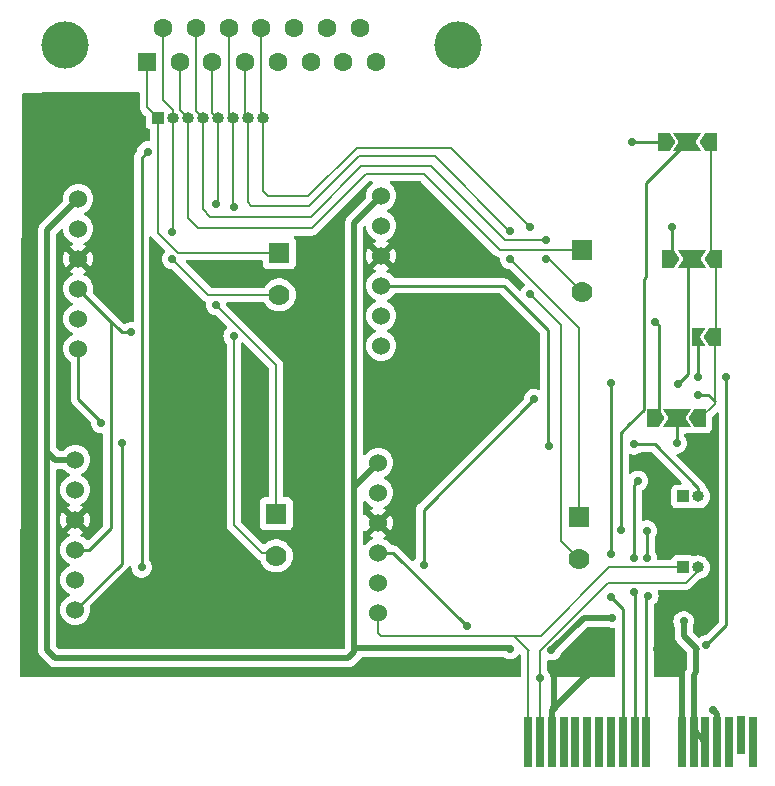
<source format=gbr>
%TF.GenerationSoftware,KiCad,Pcbnew,7.0.1-0*%
%TF.CreationDate,2023-09-14T23:48:01-07:00*%
%TF.ProjectId,TC-board,54432d62-6f61-4726-942e-6b696361645f,rev?*%
%TF.SameCoordinates,Original*%
%TF.FileFunction,Copper,L1,Top*%
%TF.FilePolarity,Positive*%
%FSLAX46Y46*%
G04 Gerber Fmt 4.6, Leading zero omitted, Abs format (unit mm)*
G04 Created by KiCad (PCBNEW 7.0.1-0) date 2023-09-14 23:48:01*
%MOMM*%
%LPD*%
G01*
G04 APERTURE LIST*
G04 Aperture macros list*
%AMFreePoly0*
4,1,6,1.000000,0.000000,0.500000,-0.750000,-0.500000,-0.750000,-0.500000,0.750000,0.500000,0.750000,1.000000,0.000000,1.000000,0.000000,$1*%
%AMFreePoly1*
4,1,7,0.700000,0.000000,1.200000,-0.750000,-1.200000,-0.750000,-0.700000,0.000000,-1.200000,0.750000,1.200000,0.750000,0.700000,0.000000,0.700000,0.000000,$1*%
%AMFreePoly2*
4,1,6,0.500000,-0.750000,-0.650000,-0.750000,-0.150000,0.000000,-0.650000,0.750000,0.500000,0.750000,0.500000,-0.750000,0.500000,-0.750000,$1*%
G04 Aperture macros list end*
%TA.AperFunction,ConnectorPad*%
%ADD10R,0.700000X4.300000*%
%TD*%
%TA.AperFunction,ConnectorPad*%
%ADD11R,0.700000X3.200000*%
%TD*%
%TA.AperFunction,SMDPad,CuDef*%
%ADD12FreePoly0,0.000000*%
%TD*%
%TA.AperFunction,SMDPad,CuDef*%
%ADD13FreePoly1,0.000000*%
%TD*%
%TA.AperFunction,SMDPad,CuDef*%
%ADD14FreePoly0,180.000000*%
%TD*%
%TA.AperFunction,ComponentPad*%
%ADD15C,4.000000*%
%TD*%
%TA.AperFunction,ComponentPad*%
%ADD16R,1.600000X1.600000*%
%TD*%
%TA.AperFunction,ComponentPad*%
%ADD17C,1.600000*%
%TD*%
%TA.AperFunction,SMDPad,CuDef*%
%ADD18FreePoly2,180.000000*%
%TD*%
%TA.AperFunction,ComponentPad*%
%ADD19C,1.524000*%
%TD*%
%TA.AperFunction,ComponentPad*%
%ADD20R,1.778000X1.778000*%
%TD*%
%TA.AperFunction,ComponentPad*%
%ADD21C,1.778000*%
%TD*%
%TA.AperFunction,ComponentPad*%
%ADD22R,1.000000X1.000000*%
%TD*%
%TA.AperFunction,ComponentPad*%
%ADD23O,1.000000X1.000000*%
%TD*%
%TA.AperFunction,ViaPad*%
%ADD24C,0.711200*%
%TD*%
%TA.AperFunction,Conductor*%
%ADD25C,0.508000*%
%TD*%
%TA.AperFunction,Conductor*%
%ADD26C,0.200000*%
%TD*%
%TA.AperFunction,Conductor*%
%ADD27C,0.254000*%
%TD*%
%TA.AperFunction,Conductor*%
%ADD28C,0.203200*%
%TD*%
G04 APERTURE END LIST*
D10*
%TO.P,J2,B1,B1*%
%TO.N,/SPI0_SCK*%
X145034000Y-106680000D03*
%TO.P,J2,B2,B2*%
%TO.N,/SPI0_MISO*%
X146034000Y-106680000D03*
%TO.P,J2,B3,B3*%
%TO.N,GND*%
X147034000Y-106680000D03*
%TO.P,J2,B4,B4*%
%TO.N,unconnected-(J2-PadB4)*%
X148034000Y-106680000D03*
%TO.P,J2,B5,B5*%
%TO.N,unconnected-(J2-PadB5)*%
X149034000Y-106680000D03*
%TO.P,J2,B6,B6*%
%TO.N,unconnected-(J2-PadB6)*%
X150034000Y-106680000D03*
%TO.P,J2,B7,B7*%
%TO.N,unconnected-(J2-PadB7)*%
X151034000Y-106680000D03*
%TO.P,J2,B8,B8*%
%TO.N,unconnected-(J2-PadB8)*%
X152034000Y-106680000D03*
%TO.P,J2,B9,B9*%
%TO.N,/CS1*%
X153034000Y-106680000D03*
%TO.P,J2,B10,B10*%
%TO.N,/CS2*%
X154034000Y-106680000D03*
%TO.P,J2,B11,B11*%
%TO.N,/CS3*%
X155034000Y-106680000D03*
%TO.P,J2,B12,B12*%
%TO.N,GND*%
X158034000Y-106680000D03*
%TO.P,J2,B13,B13*%
%TO.N,+3.3V*%
X159034000Y-106680000D03*
%TO.P,J2,B14,B14*%
X160034000Y-106680000D03*
%TO.P,J2,B15,B15*%
%TO.N,GND*%
X161034000Y-106680000D03*
%TO.P,J2,B16,B16*%
%TO.N,unconnected-(J2-PadB16)*%
X162034000Y-106680000D03*
D11*
%TO.P,J2,B17,B17*%
%TO.N,unconnected-(J2-PadB17)*%
X163034000Y-106130000D03*
D10*
%TO.P,J2,B18,B18*%
%TO.N,unconnected-(J2-PadB18)*%
X164034000Y-106680000D03*
%TD*%
D12*
%TO.P,JP2,1,A*%
%TO.N,/TC2_CS*%
X155600000Y-79300000D03*
D13*
%TO.P,JP2,2,C*%
%TO.N,/CS2*%
X157600000Y-79300000D03*
D14*
%TO.P,JP2,3,B*%
%TO.N,/TC4_CS*%
X159600000Y-79300000D03*
%TD*%
D15*
%TO.P,J1,0*%
%TO.N,N/C*%
X139098000Y-47666331D03*
X105798000Y-47666331D03*
D16*
%TO.P,J1,1,1*%
%TO.N,/TC1_T-*%
X112753000Y-49086331D03*
D17*
%TO.P,J1,2,2*%
%TO.N,/TC2_T-*%
X115523000Y-49086331D03*
%TO.P,J1,3,3*%
%TO.N,/TC3_T-*%
X118293000Y-49086331D03*
%TO.P,J1,4,4*%
%TO.N,/TC4_T-*%
X121063000Y-49086331D03*
%TO.P,J1,5,5*%
%TO.N,unconnected-(J1-Pad5)*%
X123833000Y-49086331D03*
%TO.P,J1,6,6*%
%TO.N,unconnected-(J1-Pad6)*%
X126603000Y-49086331D03*
%TO.P,J1,7,7*%
%TO.N,unconnected-(J1-Pad7)*%
X129373000Y-49086331D03*
%TO.P,J1,8,8*%
%TO.N,unconnected-(J1-Pad8)*%
X132143000Y-49086331D03*
%TO.P,J1,9,P9*%
%TO.N,/TC1_T+*%
X114138000Y-46246331D03*
%TO.P,J1,10,P10*%
%TO.N,/TC2_T+*%
X116908000Y-46246331D03*
%TO.P,J1,11,P111*%
%TO.N,/TC3_T+*%
X119678000Y-46246331D03*
%TO.P,J1,12,P12*%
%TO.N,/TC4_T+*%
X122448000Y-46246331D03*
%TO.P,J1,13,P13*%
%TO.N,unconnected-(J1-Pad13)*%
X125218000Y-46246331D03*
%TO.P,J1,14,P14*%
%TO.N,unconnected-(J1-Pad14)*%
X127988000Y-46246331D03*
%TO.P,J1,15,P15*%
%TO.N,unconnected-(J1-Pad15)*%
X130758000Y-46246331D03*
%TD*%
D12*
%TO.P,JP1,1,A*%
%TO.N,/TC1_CS*%
X156900000Y-65800000D03*
D13*
%TO.P,JP1,2,C*%
%TO.N,/CS1*%
X158900000Y-65800000D03*
D14*
%TO.P,JP1,3,B*%
%TO.N,/TC4_CS*%
X160900000Y-65800000D03*
%TD*%
D12*
%TO.P,JP3,1,A*%
%TO.N,/TC3_CS*%
X156500000Y-55900000D03*
D13*
%TO.P,JP3,2,C*%
%TO.N,/CS3*%
X158500000Y-55900000D03*
D14*
%TO.P,JP3,3,B*%
%TO.N,/TC4_CS*%
X160500000Y-55900000D03*
%TD*%
%TO.P,JP4,1,A*%
%TO.N,/TC4_CS*%
X160825000Y-72400000D03*
D18*
%TO.P,JP4,2,B*%
%TO.N,/CS4*%
X159375000Y-72400000D03*
%TD*%
D19*
%TO.P,A2,1,GND*%
%TO.N,GND*%
X132587000Y-65532000D03*
D20*
%TO.P,A2,2,T-*%
%TO.N,/TC2_T-*%
X149607260Y-65023460D03*
D21*
%TO.P,A2,3,T+*%
%TO.N,/TC2_T+*%
X149607260Y-68579460D03*
D19*
%TO.P,A2,4,VIN*%
%TO.N,+3.3V*%
X132587000Y-60452000D03*
%TO.P,A2,5,SCK*%
%TO.N,/SPI1_SCK*%
X132587000Y-73152000D03*
%TO.P,A2,6,CS*%
%TO.N,/TC2_CS*%
X132587000Y-70612000D03*
%TO.P,A2,7,SDO*%
%TO.N,/SPI1_MISO*%
X132587000Y-68072000D03*
%TO.P,A2,8,3V0*%
%TO.N,unconnected-(A2-Pad8)*%
X132587000Y-62992000D03*
%TD*%
D22*
%TO.P,J3,1,Pin_1*%
%TO.N,/TC1_T-*%
X113660000Y-53848000D03*
D23*
%TO.P,J3,2,Pin_2*%
%TO.N,/TC1_T+*%
X114930000Y-53848000D03*
%TO.P,J3,3,Pin_3*%
%TO.N,/TC2_T-*%
X116200000Y-53848000D03*
%TO.P,J3,4,Pin_4*%
%TO.N,/TC2_T+*%
X117470000Y-53848000D03*
%TO.P,J3,5,Pin_5*%
%TO.N,/TC3_T-*%
X118740000Y-53848000D03*
%TO.P,J3,6,Pin_6*%
%TO.N,/TC3_T+*%
X120010000Y-53848000D03*
%TO.P,J3,7,Pin_7*%
%TO.N,/TC4_T-*%
X121280000Y-53848000D03*
%TO.P,J3,8,Pin_8*%
%TO.N,/TC4_T+*%
X122550000Y-53848000D03*
%TD*%
D22*
%TO.P,J4,1,Pin_1*%
%TO.N,/SPI0_SCK*%
X158130000Y-91900000D03*
D23*
%TO.P,J4,2,Pin_2*%
%TO.N,/SPI0_MISO*%
X159400000Y-91900000D03*
%TD*%
D19*
%TO.P,A1,1,GND*%
%TO.N,GND*%
X106933000Y-65786000D03*
D20*
%TO.P,A1,2,T-*%
%TO.N,/TC1_T-*%
X123953260Y-65277460D03*
D21*
%TO.P,A1,3,T+*%
%TO.N,/TC1_T+*%
X123953260Y-68833460D03*
D19*
%TO.P,A1,4,VIN*%
%TO.N,+3.3V*%
X106933000Y-60706000D03*
%TO.P,A1,5,SCK*%
%TO.N,/SPI1_SCK*%
X106933000Y-73406000D03*
%TO.P,A1,6,CS*%
%TO.N,/TC1_CS*%
X106933000Y-70866000D03*
%TO.P,A1,7,SDO*%
%TO.N,/SPI1_MISO*%
X106933000Y-68326000D03*
%TO.P,A1,8,3V0*%
%TO.N,unconnected-(A1-Pad8)*%
X106933000Y-63246000D03*
%TD*%
%TO.P,A3,1,GND*%
%TO.N,GND*%
X106679000Y-87884000D03*
D20*
%TO.P,A3,2,T-*%
%TO.N,/TC3_T-*%
X123699260Y-87375460D03*
D21*
%TO.P,A3,3,T+*%
%TO.N,/TC3_T+*%
X123699260Y-90931460D03*
D19*
%TO.P,A3,4,VIN*%
%TO.N,+3.3V*%
X106679000Y-82804000D03*
%TO.P,A3,5,SCK*%
%TO.N,/SPI1_SCK*%
X106679000Y-95504000D03*
%TO.P,A3,6,CS*%
%TO.N,/TC3_CS*%
X106679000Y-92964000D03*
%TO.P,A3,7,SDO*%
%TO.N,/SPI1_MISO*%
X106679000Y-90424000D03*
%TO.P,A3,8,3V0*%
%TO.N,unconnected-(A3-Pad8)*%
X106679000Y-85344000D03*
%TD*%
D22*
%TO.P,J5,1,Pin_1*%
%TO.N,/SPI1_SCK*%
X158150000Y-85900000D03*
D23*
%TO.P,J5,2,Pin_2*%
%TO.N,/SPI1_MISO*%
X159420000Y-85900000D03*
%TD*%
D19*
%TO.P,A4,1,GND*%
%TO.N,GND*%
X132333000Y-88138000D03*
D20*
%TO.P,A4,2,T-*%
%TO.N,/TC4_T-*%
X149353260Y-87629460D03*
D21*
%TO.P,A4,3,T+*%
%TO.N,/TC4_T+*%
X149353260Y-91185460D03*
D19*
%TO.P,A4,4,VIN*%
%TO.N,+3.3V*%
X132333000Y-83058000D03*
%TO.P,A4,5,SCK*%
%TO.N,/SPI0_SCK*%
X132333000Y-95758000D03*
%TO.P,A4,6,CS*%
%TO.N,/TC4_CS*%
X132333000Y-93218000D03*
%TO.P,A4,7,SDO*%
%TO.N,/SPI0_MISO*%
X132333000Y-90678000D03*
%TO.P,A4,8,3V0*%
%TO.N,unconnected-(A4-Pad8)*%
X132333000Y-85598000D03*
%TD*%
D24*
%TO.N,GND*%
X127420000Y-71470000D03*
X157440000Y-100490000D03*
X155930000Y-98790000D03*
X160678800Y-103961200D03*
X147218000Y-103838000D03*
X127370000Y-75890000D03*
X150003000Y-101053000D03*
X147050000Y-100450000D03*
%TO.N,/TC1_T+*%
X114900000Y-63500000D03*
X114900000Y-65800000D03*
%TO.N,+3.3V*%
X143480000Y-98800000D03*
X158190000Y-96480000D03*
X152140000Y-96160000D03*
X146993660Y-98903660D03*
%TO.N,/SPI1_SCK*%
X108900000Y-79700000D03*
X110600000Y-81400000D03*
%TO.N,/TC1_CS*%
X157200000Y-63100000D03*
%TO.N,/SPI1_MISO*%
X146800000Y-81600000D03*
X111400000Y-72000000D03*
X154000000Y-81500000D03*
%TO.N,/TC2_T+*%
X146500000Y-64200000D03*
X146500000Y-65800000D03*
%TO.N,/TC2_CS*%
X155800000Y-71100000D03*
%TO.N,/TC3_T-*%
X118600000Y-61100000D03*
X118600000Y-69700000D03*
%TO.N,/TC3_T+*%
X120100000Y-61400000D03*
X120100000Y-72300000D03*
%TO.N,/TC3_CS*%
X153800000Y-55900000D03*
X112800000Y-56700000D03*
X112300000Y-91900000D03*
%TO.N,/TC4_T-*%
X143500000Y-63400000D03*
X143500000Y-65800000D03*
%TO.N,/TC4_T+*%
X145200000Y-63100000D03*
X145200000Y-68800000D03*
%TO.N,/TC4_CS*%
X159420000Y-77320000D03*
X136180000Y-91700000D03*
X145530000Y-77660000D03*
%TO.N,/SPI0_MISO*%
X146034000Y-101236900D03*
X139840000Y-96910000D03*
%TO.N,/CS1*%
X152000000Y-94400000D03*
X157700000Y-76400000D03*
X152000000Y-76300000D03*
X152000000Y-90800000D03*
%TO.N,/CS2*%
X154000000Y-94000000D03*
X154000000Y-91100000D03*
X154300000Y-84600000D03*
X157600000Y-81400000D03*
%TO.N,/CS3*%
X155200000Y-94300000D03*
X155100000Y-88800000D03*
X152900000Y-88700000D03*
X155100000Y-91100000D03*
%TO.N,/CS4*%
X161800000Y-75800000D03*
X160100000Y-98500000D03*
X159400000Y-75800000D03*
%TD*%
D25*
%TO.N,GND*%
X147034000Y-106680000D02*
X147034000Y-104022000D01*
X150003000Y-101053000D02*
X151120000Y-99936000D01*
X157440000Y-100490000D02*
X157440000Y-100300000D01*
X161034000Y-106680000D02*
X161034000Y-104316400D01*
X147218000Y-100618000D02*
X147050000Y-100450000D01*
X161034000Y-104316400D02*
X160678800Y-103961200D01*
X158034000Y-101084000D02*
X157440000Y-100490000D01*
X127420000Y-75840000D02*
X127370000Y-75890000D01*
X127420000Y-71470000D02*
X127420000Y-75840000D01*
X147218000Y-103838000D02*
X147218000Y-100618000D01*
X157440000Y-100300000D02*
X155930000Y-98790000D01*
X147034000Y-104022000D02*
X147218000Y-103838000D01*
X158034000Y-106680000D02*
X158034000Y-101084000D01*
X147218000Y-103838000D02*
X150003000Y-101053000D01*
D26*
%TO.N,/TC1_T-*%
X113660000Y-53848000D02*
X113660000Y-63560000D01*
X115377460Y-65277460D02*
X123953260Y-65277460D01*
X112753000Y-49086331D02*
X112753000Y-52941000D01*
X113660000Y-63560000D02*
X115377460Y-65277460D01*
X112753000Y-52941000D02*
X113660000Y-53848000D01*
%TO.N,/TC1_T+*%
X114930000Y-53848000D02*
X114930000Y-63470000D01*
X114138000Y-52348894D02*
X114930000Y-53140894D01*
X117933460Y-68833460D02*
X123953260Y-68833460D01*
X114900000Y-65800000D02*
X117933460Y-68833460D01*
X114930000Y-63470000D02*
X114900000Y-63500000D01*
X114138000Y-46246331D02*
X114138000Y-52348894D01*
X114930000Y-53140894D02*
X114930000Y-53848000D01*
D25*
%TO.N,+3.3V*%
X104300000Y-82100000D02*
X105004000Y-82804000D01*
X130300000Y-98760000D02*
X143440000Y-98760000D01*
X130300000Y-98760000D02*
X130300000Y-85091000D01*
X158190000Y-97703552D02*
X159288224Y-98801776D01*
X104300000Y-98900000D02*
X105000000Y-99600000D01*
X146993660Y-98903660D02*
X149737320Y-96160000D01*
X132587000Y-60452000D02*
X130300000Y-62739000D01*
X159034000Y-106680000D02*
X159034000Y-102650000D01*
X159280000Y-100780000D02*
X159280000Y-98810000D01*
X159034000Y-102650000D02*
X159034000Y-101026000D01*
X106933000Y-60706000D02*
X104300000Y-63339000D01*
X105000000Y-99600000D02*
X129800000Y-99600000D01*
X149737320Y-96160000D02*
X152140000Y-96160000D01*
X159034000Y-105680000D02*
X159034000Y-102650000D01*
X158190000Y-96480000D02*
X158190000Y-97703552D01*
X104300000Y-82100000D02*
X104300000Y-98900000D01*
X160034000Y-106680000D02*
X159034000Y-105680000D01*
X130300000Y-99100000D02*
X130300000Y-98760000D01*
X130300000Y-85091000D02*
X132333000Y-83058000D01*
X143440000Y-98760000D02*
X143480000Y-98800000D01*
X105004000Y-82804000D02*
X106679000Y-82804000D01*
X104300000Y-63339000D02*
X104300000Y-82100000D01*
X159034000Y-101026000D02*
X159280000Y-100780000D01*
X129800000Y-99600000D02*
X130300000Y-99100000D01*
X130300000Y-62739000D02*
X130300000Y-85091000D01*
X159280000Y-98810000D02*
X159288224Y-98801776D01*
D27*
%TO.N,/SPI1_SCK*%
X108900000Y-79600000D02*
X108900000Y-79700000D01*
X106933000Y-73406000D02*
X106933000Y-77633000D01*
X108700000Y-79400000D02*
X108900000Y-79600000D01*
X110600000Y-81400000D02*
X110600000Y-91583000D01*
X110600000Y-91583000D02*
X106679000Y-95504000D01*
X106933000Y-77633000D02*
X108700000Y-79400000D01*
%TO.N,/TC1_CS*%
X157200000Y-63100000D02*
X157200000Y-65500000D01*
%TO.N,/SPI1_MISO*%
X106933000Y-68326000D02*
X109700000Y-71093000D01*
X107876000Y-90424000D02*
X106679000Y-90424000D01*
X142972000Y-68072000D02*
X146700000Y-71800000D01*
X154000000Y-81500000D02*
X155727106Y-81500000D01*
X111400000Y-72000000D02*
X110607000Y-72000000D01*
X159420000Y-85192894D02*
X159420000Y-85900000D01*
X155727106Y-81500000D02*
X159420000Y-85192894D01*
X132587000Y-68072000D02*
X142972000Y-68072000D01*
X146700000Y-81500000D02*
X146800000Y-81600000D01*
X109700000Y-71093000D02*
X109700000Y-88600000D01*
X146700000Y-71800000D02*
X146700000Y-81500000D01*
X109700000Y-88600000D02*
X107876000Y-90424000D01*
X110607000Y-72000000D02*
X106933000Y-68326000D01*
D26*
%TO.N,/TC2_T-*%
X142623460Y-65023460D02*
X149607260Y-65023460D01*
X116200000Y-62300000D02*
X117100000Y-63200000D01*
X116200000Y-53848000D02*
X116200000Y-62300000D01*
X136200000Y-58600000D02*
X142623460Y-65023460D01*
X115523000Y-49086331D02*
X115523000Y-53171000D01*
X115523000Y-53171000D02*
X116200000Y-53848000D01*
X131300000Y-58600000D02*
X136200000Y-58600000D01*
X117100000Y-63200000D02*
X126700000Y-63200000D01*
X126700000Y-63200000D02*
X131300000Y-58600000D01*
%TO.N,/TC2_T+*%
X117470000Y-53848000D02*
X117470000Y-61570000D01*
X136800000Y-57900000D02*
X143100000Y-64200000D01*
X146827800Y-65800000D02*
X149607260Y-68579460D01*
X126600000Y-62200000D02*
X130900000Y-57900000D01*
X130900000Y-57900000D02*
X136300000Y-57900000D01*
X136300000Y-57900000D02*
X136800000Y-57900000D01*
X117470000Y-61570000D02*
X118100000Y-62200000D01*
X116908000Y-53286000D02*
X117470000Y-53848000D01*
X146500000Y-65800000D02*
X146827800Y-65800000D01*
X118100000Y-62200000D02*
X126600000Y-62200000D01*
X116908000Y-46246331D02*
X116908000Y-53286000D01*
X143100000Y-64200000D02*
X146500000Y-64200000D01*
D27*
%TO.N,/TC2_CS*%
X156095200Y-78804800D02*
X155600000Y-79300000D01*
X155800000Y-71100000D02*
X156095200Y-71395200D01*
X156095200Y-71395200D02*
X156095200Y-78804800D01*
D26*
%TO.N,/TC3_T-*%
X118293000Y-49086331D02*
X118293000Y-53401000D01*
X123699260Y-74799260D02*
X123699260Y-87375460D01*
X118600000Y-69700000D02*
X123699260Y-74799260D01*
X118740000Y-53848000D02*
X118740000Y-60960000D01*
X118740000Y-60960000D02*
X118600000Y-61100000D01*
X118293000Y-53401000D02*
X118740000Y-53848000D01*
%TO.N,/TC3_T+*%
X119678000Y-53516000D02*
X120010000Y-53848000D01*
X119678000Y-46246331D02*
X119678000Y-53516000D01*
X120100000Y-88300000D02*
X122500000Y-90700000D01*
X122500000Y-90700000D02*
X123467800Y-90700000D01*
X120100000Y-72300000D02*
X120100000Y-88300000D01*
X120010000Y-53848000D02*
X120010000Y-61310000D01*
X120010000Y-61310000D02*
X120100000Y-61400000D01*
X123467800Y-90700000D02*
X123699260Y-90931460D01*
D27*
%TO.N,/TC3_CS*%
X153800000Y-55900000D02*
X156500000Y-55900000D01*
X112300000Y-57200000D02*
X112800000Y-56700000D01*
X112300000Y-91900000D02*
X112300000Y-57200000D01*
D26*
%TO.N,/TC4_T-*%
X121280000Y-53848000D02*
X121280000Y-60980000D01*
X126500000Y-61300000D02*
X130700000Y-57100000D01*
X130700000Y-57100000D02*
X137100000Y-57100000D01*
X149353260Y-71653260D02*
X149353260Y-87629460D01*
X121280000Y-60980000D02*
X121600000Y-61300000D01*
X137100000Y-57100000D02*
X143400000Y-63400000D01*
X121063000Y-53631000D02*
X121280000Y-53848000D01*
X121063000Y-49086331D02*
X121063000Y-53631000D01*
X143400000Y-63400000D02*
X143500000Y-63400000D01*
X121600000Y-61300000D02*
X126500000Y-61300000D01*
X143500000Y-65800000D02*
X149353260Y-71653260D01*
%TO.N,/TC4_T+*%
X122550000Y-60050000D02*
X123000000Y-60500000D01*
X122448000Y-46246331D02*
X122448000Y-53746000D01*
X145200000Y-68800000D02*
X147800000Y-71400000D01*
X147800000Y-89632200D02*
X149353260Y-91185460D01*
X123000000Y-60500000D02*
X126400000Y-60500000D01*
X122550000Y-53848000D02*
X122550000Y-60050000D01*
X122448000Y-53746000D02*
X122550000Y-53848000D01*
X147800000Y-71400000D02*
X147800000Y-89632200D01*
X138500000Y-56400000D02*
X145200000Y-63100000D01*
X126400000Y-60500000D02*
X130500000Y-56400000D01*
X130500000Y-56400000D02*
X138500000Y-56400000D01*
D28*
%TO.N,/SPI0_SCK*%
X143800000Y-97700000D02*
X145100000Y-99000000D01*
X145034000Y-99066000D02*
X145034000Y-106680000D01*
X132600000Y-97700000D02*
X143800000Y-97700000D01*
X146100000Y-97700000D02*
X143800000Y-97700000D01*
X145100000Y-99000000D02*
X145034000Y-99066000D01*
X158130000Y-91900000D02*
X151900000Y-91900000D01*
X151900000Y-91900000D02*
X146100000Y-97700000D01*
X132333000Y-97433000D02*
X132600000Y-97700000D01*
X132333000Y-95758000D02*
X132333000Y-97433000D01*
D27*
%TO.N,/TC4_CS*%
X160285000Y-77320000D02*
X160825000Y-77860000D01*
X136180000Y-91700000D02*
X136180000Y-87010000D01*
X159420000Y-77320000D02*
X160285000Y-77320000D01*
D28*
X160900000Y-65800000D02*
X160900000Y-72325000D01*
X160825000Y-78075000D02*
X159600000Y-79300000D01*
X160825000Y-72400000D02*
X160825000Y-77860000D01*
X160900000Y-72325000D02*
X160825000Y-72400000D01*
D27*
X136180000Y-87010000D02*
X145530000Y-77660000D01*
D28*
X160825000Y-77860000D02*
X160825000Y-78075000D01*
X160500000Y-65400000D02*
X160900000Y-65800000D01*
X160500000Y-55900000D02*
X160500000Y-65400000D01*
%TO.N,/SPI0_MISO*%
X146034000Y-98966000D02*
X146034000Y-106680000D01*
X158388800Y-93200000D02*
X151800000Y-93200000D01*
X151800000Y-93200000D02*
X146034000Y-98966000D01*
D27*
X132333000Y-90678000D02*
X133608000Y-90678000D01*
D28*
X159400000Y-91900000D02*
X159400000Y-92188800D01*
X159400000Y-92188800D02*
X158388800Y-93200000D01*
D27*
X133608000Y-90678000D02*
X139840000Y-96910000D01*
%TO.N,/CS1*%
X158900000Y-65800000D02*
X158570200Y-66129800D01*
X152000000Y-94400000D02*
X153034000Y-95434000D01*
X158570200Y-75529800D02*
X157700000Y-76400000D01*
X152000000Y-76300000D02*
X152000000Y-90800000D01*
X153034000Y-95434000D02*
X153034000Y-106680000D01*
X158570200Y-66129800D02*
X158570200Y-75529800D01*
%TO.N,/CS2*%
X154000000Y-84900000D02*
X154000000Y-91100000D01*
X157600000Y-79300000D02*
X157600000Y-81400000D01*
X154300000Y-84600000D02*
X154000000Y-84900000D01*
X154000000Y-94000000D02*
X154034000Y-94034000D01*
X154034000Y-94034000D02*
X154034000Y-106680000D01*
%TO.N,/CS3*%
X155034000Y-94466000D02*
X155034000Y-106680000D01*
X158500000Y-55900000D02*
X155000000Y-59400000D01*
X155000000Y-67300000D02*
X154795200Y-67504800D01*
X154795200Y-78604800D02*
X153600000Y-79800000D01*
X152900000Y-80500000D02*
X152900000Y-88700000D01*
X154795200Y-67504800D02*
X154795200Y-78604800D01*
X153600000Y-79800000D02*
X152900000Y-80500000D01*
X155100000Y-88800000D02*
X155100000Y-91100000D01*
X155000000Y-59400000D02*
X155000000Y-67300000D01*
X155200000Y-94300000D02*
X155034000Y-94466000D01*
%TO.N,/CS4*%
X159375000Y-72400000D02*
X159375000Y-75775000D01*
X161800000Y-92300000D02*
X161800000Y-96800000D01*
X161800000Y-75800000D02*
X161800000Y-92300000D01*
X161800000Y-96800000D02*
X160100000Y-98500000D01*
X159375000Y-75775000D02*
X159400000Y-75800000D01*
%TD*%
%TA.AperFunction,Conductor*%
%TO.N,GND*%
G36*
X161113385Y-78797356D02*
G01*
X161150985Y-78841379D01*
X161164500Y-78897674D01*
X161164500Y-96485406D01*
X161155061Y-96532859D01*
X161128181Y-96573087D01*
X160101686Y-97599581D01*
X160061458Y-97626461D01*
X160014005Y-97635900D01*
X160009177Y-97635900D01*
X159831509Y-97673663D01*
X159665571Y-97747544D01*
X159546655Y-97833941D01*
X159493167Y-97856095D01*
X159435452Y-97851553D01*
X159386089Y-97821303D01*
X158988819Y-97424033D01*
X158961939Y-97383805D01*
X158952500Y-97336352D01*
X158952500Y-96920738D01*
X158969113Y-96858738D01*
X158983743Y-96833397D01*
X159015721Y-96734977D01*
X159039873Y-96660646D01*
X159058860Y-96480000D01*
X159039873Y-96299354D01*
X158983743Y-96126603D01*
X158983743Y-96126602D01*
X158892923Y-95969296D01*
X158771380Y-95834309D01*
X158624431Y-95727545D01*
X158458490Y-95653663D01*
X158280823Y-95615900D01*
X158280821Y-95615900D01*
X158099179Y-95615900D01*
X158099177Y-95615900D01*
X157921509Y-95653663D01*
X157755568Y-95727545D01*
X157608619Y-95834309D01*
X157487076Y-95969296D01*
X157396256Y-96126602D01*
X157340127Y-96299352D01*
X157321140Y-96479999D01*
X157340127Y-96660647D01*
X157396256Y-96833397D01*
X157410887Y-96858738D01*
X157427500Y-96920738D01*
X157427500Y-97638970D01*
X157426191Y-97656940D01*
X157422634Y-97681224D01*
X157427028Y-97731448D01*
X157427500Y-97742255D01*
X157427500Y-97747967D01*
X157431159Y-97779283D01*
X157431525Y-97782864D01*
X157438266Y-97859908D01*
X157442619Y-97879544D01*
X157469068Y-97952211D01*
X157470252Y-97955617D01*
X157494587Y-98029056D01*
X157503350Y-98047154D01*
X157545863Y-98111794D01*
X157547798Y-98114831D01*
X157566578Y-98145276D01*
X157587812Y-98179701D01*
X157587813Y-98179702D01*
X157588406Y-98180663D01*
X157601101Y-98196246D01*
X157657375Y-98249338D01*
X157659962Y-98251851D01*
X158481181Y-99073071D01*
X158508061Y-99113299D01*
X158517500Y-99160752D01*
X158517500Y-100410167D01*
X158510021Y-100452581D01*
X158488485Y-100489878D01*
X158474760Y-100506233D01*
X158467471Y-100514189D01*
X158463428Y-100518232D01*
X158443859Y-100542980D01*
X158441586Y-100545770D01*
X158391882Y-100605006D01*
X158381074Y-100621972D01*
X158348392Y-100692057D01*
X158346822Y-100695301D01*
X158312102Y-100764436D01*
X158305501Y-100783429D01*
X158289864Y-100859158D01*
X158289084Y-100862676D01*
X158271241Y-100937967D01*
X158269198Y-100957961D01*
X158271448Y-101035288D01*
X158271500Y-101038894D01*
X158271500Y-101076000D01*
X158254887Y-101138000D01*
X158209500Y-101183387D01*
X158147500Y-101200000D01*
X155793500Y-101200000D01*
X155731500Y-101183387D01*
X155686113Y-101138000D01*
X155669500Y-101076000D01*
X155669500Y-95090156D01*
X155683015Y-95033861D01*
X155720612Y-94989839D01*
X155781381Y-94945689D01*
X155812884Y-94910702D01*
X155902923Y-94810703D01*
X155993743Y-94653397D01*
X156003507Y-94623345D01*
X156049873Y-94480646D01*
X156068860Y-94300000D01*
X156049873Y-94119354D01*
X156002131Y-93972418D01*
X155997589Y-93914702D01*
X156019744Y-93861214D01*
X156063767Y-93823615D01*
X156120062Y-93810100D01*
X158307758Y-93810100D01*
X158327834Y-93812316D01*
X158330927Y-93812218D01*
X158330928Y-93812219D01*
X158396426Y-93810161D01*
X158400321Y-93810100D01*
X158427181Y-93810100D01*
X158427183Y-93810100D01*
X158430920Y-93809627D01*
X158442570Y-93808710D01*
X158484999Y-93807378D01*
X158503529Y-93801993D01*
X158522577Y-93798048D01*
X158541732Y-93795629D01*
X158581222Y-93779992D01*
X158592250Y-93776217D01*
X158633025Y-93764372D01*
X158649635Y-93754548D01*
X158667106Y-93745990D01*
X158685049Y-93738886D01*
X158685049Y-93738885D01*
X158685054Y-93738884D01*
X158719428Y-93713909D01*
X158729151Y-93707522D01*
X158765706Y-93685905D01*
X158779351Y-93672259D01*
X158794139Y-93659628D01*
X158809762Y-93648279D01*
X158836841Y-93615544D01*
X158844683Y-93606926D01*
X159521962Y-92929647D01*
X159556628Y-92905234D01*
X159597490Y-92893928D01*
X159597701Y-92893908D01*
X159787804Y-92836241D01*
X159963004Y-92742595D01*
X160116568Y-92616568D01*
X160242595Y-92463004D01*
X160336241Y-92287804D01*
X160393908Y-92097701D01*
X160413380Y-91900000D01*
X160393908Y-91702299D01*
X160336241Y-91512196D01*
X160242595Y-91336996D01*
X160116568Y-91183432D01*
X159968247Y-91061708D01*
X159963003Y-91057404D01*
X159848985Y-90996461D01*
X159787804Y-90963759D01*
X159597701Y-90906092D01*
X159597698Y-90906091D01*
X159424247Y-90889008D01*
X159400000Y-90886620D01*
X159399999Y-90886620D01*
X159202300Y-90906091D01*
X159000509Y-90967304D01*
X159000045Y-90965776D01*
X158946011Y-90977152D01*
X158881100Y-90952776D01*
X158876203Y-90949110D01*
X158739205Y-90898011D01*
X158708919Y-90894755D01*
X158678638Y-90891500D01*
X157581362Y-90891500D01*
X157554445Y-90894393D01*
X157520794Y-90898011D01*
X157383796Y-90949110D01*
X157266738Y-91036738D01*
X157179112Y-91153793D01*
X157179110Y-91153796D01*
X157179111Y-91153796D01*
X157158432Y-91209236D01*
X157131995Y-91251470D01*
X157091064Y-91279888D01*
X157042252Y-91289900D01*
X156086616Y-91289900D01*
X156020906Y-91271058D01*
X155975165Y-91220257D01*
X155963295Y-91152940D01*
X155968860Y-91100000D01*
X155949873Y-90919354D01*
X155893743Y-90746603D01*
X155893743Y-90746602D01*
X155802925Y-90589299D01*
X155795967Y-90581572D01*
X155767348Y-90549787D01*
X155743736Y-90511255D01*
X155735500Y-90466817D01*
X155735500Y-89433183D01*
X155743736Y-89388745D01*
X155767348Y-89350212D01*
X155802923Y-89310703D01*
X155893743Y-89153397D01*
X155949873Y-88980646D01*
X155968860Y-88800000D01*
X155949873Y-88619354D01*
X155893743Y-88446603D01*
X155893743Y-88446602D01*
X155802923Y-88289296D01*
X155681380Y-88154309D01*
X155534431Y-88047545D01*
X155368490Y-87973663D01*
X155190823Y-87935900D01*
X155190821Y-87935900D01*
X155009179Y-87935900D01*
X155009177Y-87935900D01*
X154831506Y-87973664D01*
X154809934Y-87983269D01*
X154749770Y-87993607D01*
X154691964Y-87973984D01*
X154650527Y-87929156D01*
X154635500Y-87869989D01*
X154635500Y-85477028D01*
X154644529Y-85430576D01*
X154670303Y-85390890D01*
X154709066Y-85363748D01*
X154712426Y-85362251D01*
X154734430Y-85352455D01*
X154881381Y-85245689D01*
X155002923Y-85110703D01*
X155093743Y-84953397D01*
X155149873Y-84780646D01*
X155168860Y-84600000D01*
X155149873Y-84419354D01*
X155098542Y-84261373D01*
X155093743Y-84246602D01*
X155002923Y-84089296D01*
X154881380Y-83954309D01*
X154734431Y-83847545D01*
X154568490Y-83773663D01*
X154390823Y-83735900D01*
X154390821Y-83735900D01*
X154209179Y-83735900D01*
X154209177Y-83735900D01*
X154031509Y-83773663D01*
X153865568Y-83847545D01*
X153732385Y-83944309D01*
X153669229Y-83967609D01*
X153603205Y-83954476D01*
X153553773Y-83908781D01*
X153535500Y-83843991D01*
X153535500Y-82430011D01*
X153550527Y-82370844D01*
X153591964Y-82326016D01*
X153649770Y-82306393D01*
X153709934Y-82316731D01*
X153731506Y-82326335D01*
X153909177Y-82364100D01*
X153909179Y-82364100D01*
X154090821Y-82364100D01*
X154090823Y-82364100D01*
X154268490Y-82326336D01*
X154268491Y-82326335D01*
X154268493Y-82326335D01*
X154434430Y-82252455D01*
X154486730Y-82214456D01*
X154562810Y-82159182D01*
X154597377Y-82141569D01*
X154635695Y-82135500D01*
X155412512Y-82135500D01*
X155459965Y-82144939D01*
X155500193Y-82171819D01*
X158008192Y-84679819D01*
X158038442Y-84729182D01*
X158042984Y-84786898D01*
X158020829Y-84840385D01*
X157976806Y-84877985D01*
X157920511Y-84891500D01*
X157601362Y-84891500D01*
X157574445Y-84894393D01*
X157540794Y-84898011D01*
X157403796Y-84949110D01*
X157286738Y-85036738D01*
X157199110Y-85153796D01*
X157148011Y-85290794D01*
X157144393Y-85324445D01*
X157141500Y-85351362D01*
X157141500Y-86448638D01*
X157144755Y-86478919D01*
X157148011Y-86509205D01*
X157199110Y-86646203D01*
X157286738Y-86763261D01*
X157403796Y-86850889D01*
X157540794Y-86901988D01*
X157540797Y-86901988D01*
X157540799Y-86901989D01*
X157601362Y-86908500D01*
X158698634Y-86908500D01*
X158698638Y-86908500D01*
X158759201Y-86901989D01*
X158896204Y-86850889D01*
X158901097Y-86847225D01*
X158966010Y-86822847D01*
X159020044Y-86834223D01*
X159020508Y-86832695D01*
X159032193Y-86836239D01*
X159032196Y-86836241D01*
X159222299Y-86893908D01*
X159420000Y-86913380D01*
X159617701Y-86893908D01*
X159807804Y-86836241D01*
X159983004Y-86742595D01*
X160136568Y-86616568D01*
X160262595Y-86463004D01*
X160356241Y-86287804D01*
X160413908Y-86097701D01*
X160433380Y-85900000D01*
X160413908Y-85702299D01*
X160356241Y-85512196D01*
X160262595Y-85336996D01*
X160136568Y-85183432D01*
X160090708Y-85145795D01*
X160065868Y-85118226D01*
X160050298Y-85084542D01*
X160046943Y-85072996D01*
X160042998Y-85053949D01*
X160040427Y-85033595D01*
X160024048Y-84992228D01*
X160020280Y-84981219D01*
X160007869Y-84938501D01*
X159997424Y-84920840D01*
X159988869Y-84903376D01*
X159981319Y-84884307D01*
X159981319Y-84884306D01*
X159955178Y-84848326D01*
X159948770Y-84838571D01*
X159926134Y-84800296D01*
X159926133Y-84800295D01*
X159911632Y-84785794D01*
X159899000Y-84771003D01*
X159886943Y-84754408D01*
X159852667Y-84726052D01*
X159844028Y-84718190D01*
X157601620Y-82475781D01*
X157571370Y-82426418D01*
X157566828Y-82368702D01*
X157588983Y-82315215D01*
X157633006Y-82277615D01*
X157689301Y-82264100D01*
X157690823Y-82264100D01*
X157868490Y-82226336D01*
X157868491Y-82226335D01*
X157868493Y-82226335D01*
X158034430Y-82152455D01*
X158137360Y-82077672D01*
X158181380Y-82045690D01*
X158302923Y-81910703D01*
X158393743Y-81753397D01*
X158411251Y-81699512D01*
X158449873Y-81580646D01*
X158468860Y-81400000D01*
X158449873Y-81219354D01*
X158415153Y-81112497D01*
X158393743Y-81046602D01*
X158302925Y-80889299D01*
X158295967Y-80881572D01*
X158267348Y-80849787D01*
X158243736Y-80811255D01*
X158235500Y-80766817D01*
X158235500Y-80687729D01*
X158252113Y-80625729D01*
X158297500Y-80580342D01*
X158359500Y-80563729D01*
X158800000Y-80563729D01*
X158927476Y-80546424D01*
X158959383Y-80550176D01*
X158959847Y-80546424D01*
X158975041Y-80548300D01*
X158975044Y-80548301D01*
X159100000Y-80563729D01*
X160100000Y-80563729D01*
X160100001Y-80563729D01*
X160202899Y-80550182D01*
X160232963Y-80546224D01*
X160356865Y-80494902D01*
X160463261Y-80413261D01*
X160544902Y-80306865D01*
X160596224Y-80182963D01*
X160613729Y-80050000D01*
X160613729Y-79200444D01*
X160623168Y-79152991D01*
X160650048Y-79112763D01*
X160952819Y-78809993D01*
X161002182Y-78779743D01*
X161059898Y-78775201D01*
X161113385Y-78797356D01*
G37*
%TD.AperFunction*%
%TA.AperFunction,Conductor*%
G36*
X151752209Y-96933220D02*
G01*
X151871509Y-96986336D01*
X152049177Y-97024100D01*
X152049179Y-97024100D01*
X152230821Y-97024100D01*
X152230823Y-97024100D01*
X152248719Y-97020296D01*
X152303447Y-97021012D01*
X152352536Y-97045220D01*
X152386421Y-97088203D01*
X152398500Y-97141586D01*
X152398500Y-101076000D01*
X152381887Y-101138000D01*
X152336500Y-101183387D01*
X152274500Y-101200000D01*
X147010631Y-101200000D01*
X146952417Y-101185485D01*
X146907830Y-101145340D01*
X146887311Y-101088965D01*
X146883873Y-101056254D01*
X146827743Y-100883503D01*
X146827743Y-100883502D01*
X146736923Y-100726196D01*
X146675951Y-100658481D01*
X146652336Y-100619946D01*
X146644100Y-100575508D01*
X146644100Y-99865891D01*
X146656179Y-99812508D01*
X146690064Y-99769525D01*
X146739152Y-99745317D01*
X146793881Y-99744601D01*
X146902837Y-99767760D01*
X146902839Y-99767760D01*
X147084481Y-99767760D01*
X147084483Y-99767760D01*
X147262150Y-99729996D01*
X147262151Y-99729995D01*
X147262153Y-99729995D01*
X147428090Y-99656115D01*
X147530624Y-99581620D01*
X147575040Y-99549350D01*
X147696583Y-99414363D01*
X147787403Y-99257057D01*
X147811319Y-99183451D01*
X147841569Y-99134088D01*
X150016839Y-96958819D01*
X150057067Y-96931939D01*
X150104520Y-96922500D01*
X151701774Y-96922500D01*
X151752209Y-96933220D01*
G37*
%TD.AperFunction*%
%TA.AperFunction,Conductor*%
G36*
X112082324Y-51692443D02*
G01*
X112127836Y-51737843D01*
X112144500Y-51799931D01*
X112144500Y-52892995D01*
X112143439Y-52909180D01*
X112139249Y-52941000D01*
X112143439Y-52972820D01*
X112143439Y-52972827D01*
X112146708Y-52997657D01*
X112154590Y-53057523D01*
X112158472Y-53087019D01*
X112160162Y-53099853D01*
X112173243Y-53131432D01*
X112221476Y-53247876D01*
X112294523Y-53343072D01*
X112294525Y-53343074D01*
X112294526Y-53343075D01*
X112319012Y-53374987D01*
X112344478Y-53394527D01*
X112356673Y-53405222D01*
X112615181Y-53663730D01*
X112642061Y-53703958D01*
X112651500Y-53751411D01*
X112651500Y-54396638D01*
X112654755Y-54426919D01*
X112658011Y-54457205D01*
X112709110Y-54594203D01*
X112796738Y-54711261D01*
X112913796Y-54798889D01*
X112970834Y-54820164D01*
X113013070Y-54846602D01*
X113041488Y-54887533D01*
X113051500Y-54936345D01*
X113051500Y-55716926D01*
X113039421Y-55770309D01*
X113005536Y-55813292D01*
X112956448Y-55837500D01*
X112901720Y-55838216D01*
X112890824Y-55835900D01*
X112890821Y-55835900D01*
X112709179Y-55835900D01*
X112709177Y-55835900D01*
X112531509Y-55873663D01*
X112365568Y-55947545D01*
X112218619Y-56054309D01*
X112097076Y-56189296D01*
X112006256Y-56346602D01*
X111950127Y-56519352D01*
X111939498Y-56620474D01*
X111921569Y-56672845D01*
X111900966Y-56693670D01*
X111902416Y-56695032D01*
X111844898Y-56756281D01*
X111842190Y-56759076D01*
X111822359Y-56778907D01*
X111819798Y-56782209D01*
X111812219Y-56791082D01*
X111781781Y-56823495D01*
X111771901Y-56841467D01*
X111761224Y-56857721D01*
X111748649Y-56873932D01*
X111730986Y-56914748D01*
X111725850Y-56925232D01*
X111704430Y-56964196D01*
X111699330Y-56984061D01*
X111693029Y-57002464D01*
X111684882Y-57021290D01*
X111677926Y-57065212D01*
X111675558Y-57076645D01*
X111670872Y-57094903D01*
X111664500Y-57119719D01*
X111664500Y-57140226D01*
X111662973Y-57159624D01*
X111659765Y-57179879D01*
X111663070Y-57214844D01*
X111663950Y-57224151D01*
X111664500Y-57235820D01*
X111664500Y-71019689D01*
X111652421Y-71073072D01*
X111618536Y-71116055D01*
X111569448Y-71140263D01*
X111514720Y-71140979D01*
X111490821Y-71135900D01*
X111309179Y-71135900D01*
X111309177Y-71135900D01*
X111131509Y-71173663D01*
X110965571Y-71247544D01*
X110928291Y-71274630D01*
X110874803Y-71296784D01*
X110817088Y-71292242D01*
X110767725Y-71261992D01*
X110191633Y-70685900D01*
X110178995Y-70671103D01*
X110166942Y-70654513D01*
X110132673Y-70626163D01*
X110124034Y-70618301D01*
X108210906Y-68705173D01*
X108178812Y-68649584D01*
X108178812Y-68585397D01*
X108188978Y-68547463D01*
X108208353Y-68326000D01*
X108188978Y-68104537D01*
X108131440Y-67889804D01*
X108037488Y-67688324D01*
X107909977Y-67506219D01*
X107752781Y-67349023D01*
X107570677Y-67221512D01*
X107526869Y-67201084D01*
X107446683Y-67163692D01*
X107394507Y-67117934D01*
X107375088Y-67051309D01*
X107394508Y-66984684D01*
X107446684Y-66938927D01*
X107566412Y-66883097D01*
X107631187Y-66837740D01*
X106933001Y-66139553D01*
X106933000Y-66139553D01*
X106234812Y-66837740D01*
X106299592Y-66883100D01*
X106419316Y-66938928D01*
X106471492Y-66984684D01*
X106490912Y-67051309D01*
X106471493Y-67117934D01*
X106419318Y-67163692D01*
X106295321Y-67221513D01*
X106113218Y-67349023D01*
X105956023Y-67506218D01*
X105828512Y-67688323D01*
X105734560Y-67889802D01*
X105677021Y-68104539D01*
X105657646Y-68326000D01*
X105677021Y-68547460D01*
X105720486Y-68709674D01*
X105734560Y-68762196D01*
X105828512Y-68963677D01*
X105956023Y-69145781D01*
X106113219Y-69302977D01*
X106295323Y-69430488D01*
X106351975Y-69456905D01*
X106409260Y-69483618D01*
X106461436Y-69529375D01*
X106480855Y-69596000D01*
X106461436Y-69662625D01*
X106409260Y-69708382D01*
X106295323Y-69761512D01*
X106113218Y-69889023D01*
X105956023Y-70046218D01*
X105828512Y-70228323D01*
X105734560Y-70429802D01*
X105677021Y-70644539D01*
X105657646Y-70866000D01*
X105677021Y-71087460D01*
X105734560Y-71302197D01*
X105772353Y-71383243D01*
X105828512Y-71503677D01*
X105956023Y-71685781D01*
X106113219Y-71842977D01*
X106295323Y-71970488D01*
X106376293Y-72008245D01*
X106409260Y-72023618D01*
X106461436Y-72069375D01*
X106480855Y-72136000D01*
X106461436Y-72202625D01*
X106409260Y-72248382D01*
X106295323Y-72301512D01*
X106113218Y-72429023D01*
X105956023Y-72586218D01*
X105828512Y-72768323D01*
X105734560Y-72969802D01*
X105677021Y-73184539D01*
X105657646Y-73405999D01*
X105677021Y-73627460D01*
X105720486Y-73789674D01*
X105734560Y-73842196D01*
X105828512Y-74043677D01*
X105956023Y-74225781D01*
X106113219Y-74382977D01*
X106244626Y-74474989D01*
X106283489Y-74519305D01*
X106297500Y-74576562D01*
X106297500Y-77549150D01*
X106295204Y-77569941D01*
X106297439Y-77641044D01*
X106297500Y-77644939D01*
X106297500Y-77672983D01*
X106298022Y-77677115D01*
X106298937Y-77688749D01*
X106300334Y-77733207D01*
X106306056Y-77752902D01*
X106310001Y-77771948D01*
X106312572Y-77792300D01*
X106328940Y-77833642D01*
X106332722Y-77844689D01*
X106345129Y-77887389D01*
X106355570Y-77905045D01*
X106364127Y-77922513D01*
X106371679Y-77941586D01*
X106397825Y-77977573D01*
X106404225Y-77987315D01*
X106426866Y-78025598D01*
X106426868Y-78025600D01*
X106441364Y-78040096D01*
X106454001Y-78054892D01*
X106466057Y-78071486D01*
X106500324Y-78099834D01*
X106508965Y-78107697D01*
X107995987Y-79594719D01*
X108025192Y-79641005D01*
X108031627Y-79695355D01*
X108031139Y-79699993D01*
X108050127Y-79880647D01*
X108106256Y-80053397D01*
X108197076Y-80210703D01*
X108318619Y-80345690D01*
X108465568Y-80452454D01*
X108465569Y-80452454D01*
X108465570Y-80452455D01*
X108513022Y-80473582D01*
X108631509Y-80526336D01*
X108809177Y-80564100D01*
X108940500Y-80564100D01*
X109002500Y-80580713D01*
X109047887Y-80626100D01*
X109064500Y-80688100D01*
X109064500Y-88285405D01*
X109055061Y-88332858D01*
X109028181Y-88373086D01*
X107814193Y-89587073D01*
X107758606Y-89619167D01*
X107694418Y-89619167D01*
X107638831Y-89587073D01*
X107498784Y-89447026D01*
X107498781Y-89447023D01*
X107316677Y-89319512D01*
X107272869Y-89299084D01*
X107192683Y-89261692D01*
X107140507Y-89215934D01*
X107121088Y-89149309D01*
X107140508Y-89082684D01*
X107192684Y-89036927D01*
X107312412Y-88981097D01*
X107377187Y-88935740D01*
X106679001Y-88237553D01*
X106679000Y-88237553D01*
X105980812Y-88935740D01*
X106045592Y-88981100D01*
X106165316Y-89036928D01*
X106217492Y-89082684D01*
X106236912Y-89149309D01*
X106217493Y-89215934D01*
X106165318Y-89261692D01*
X106041321Y-89319513D01*
X105859218Y-89447023D01*
X105702023Y-89604218D01*
X105574512Y-89786323D01*
X105480560Y-89987802D01*
X105423021Y-90202539D01*
X105403646Y-90423999D01*
X105423021Y-90645460D01*
X105480560Y-90860197D01*
X105523731Y-90952776D01*
X105574512Y-91061677D01*
X105702023Y-91243781D01*
X105859219Y-91400977D01*
X106041323Y-91528488D01*
X106122293Y-91566245D01*
X106155260Y-91581618D01*
X106207436Y-91627375D01*
X106226855Y-91694000D01*
X106207436Y-91760625D01*
X106155260Y-91806382D01*
X106041323Y-91859512D01*
X105859218Y-91987023D01*
X105702023Y-92144218D01*
X105574512Y-92326323D01*
X105480560Y-92527802D01*
X105423021Y-92742539D01*
X105403646Y-92964000D01*
X105423021Y-93185460D01*
X105423022Y-93185463D01*
X105480560Y-93400196D01*
X105574512Y-93601677D01*
X105702023Y-93783781D01*
X105859219Y-93940977D01*
X106041323Y-94068488D01*
X106122293Y-94106245D01*
X106155260Y-94121618D01*
X106207436Y-94167375D01*
X106226855Y-94234000D01*
X106207436Y-94300625D01*
X106155260Y-94346382D01*
X106041323Y-94399512D01*
X105859218Y-94527023D01*
X105702023Y-94684218D01*
X105574512Y-94866323D01*
X105480560Y-95067802D01*
X105423021Y-95282539D01*
X105403646Y-95504000D01*
X105423021Y-95725460D01*
X105480560Y-95940197D01*
X105494130Y-95969297D01*
X105574512Y-96141677D01*
X105702023Y-96323781D01*
X105859219Y-96480977D01*
X106041323Y-96608488D01*
X106242804Y-96702440D01*
X106457537Y-96759978D01*
X106679000Y-96779353D01*
X106900463Y-96759978D01*
X107115196Y-96702440D01*
X107316677Y-96608488D01*
X107498781Y-96480977D01*
X107655977Y-96323781D01*
X107783488Y-96141677D01*
X107877440Y-95940196D01*
X107934978Y-95725463D01*
X107954353Y-95504000D01*
X107939451Y-95333665D01*
X107934978Y-95282535D01*
X107924813Y-95244600D01*
X107924812Y-95180412D01*
X107956904Y-95124826D01*
X110990073Y-92091657D01*
X111006399Y-92078579D01*
X111008299Y-92076555D01*
X111008303Y-92076553D01*
X111055149Y-92026665D01*
X111057797Y-92023933D01*
X111077638Y-92004094D01*
X111080188Y-92000805D01*
X111087765Y-91991933D01*
X111118217Y-91959506D01*
X111128100Y-91941527D01*
X111138778Y-91925272D01*
X111151349Y-91909067D01*
X111169011Y-91868250D01*
X111174147Y-91857769D01*
X111201109Y-91808725D01*
X111248221Y-91760817D01*
X111313405Y-91744515D01*
X111377522Y-91764607D01*
X111421746Y-91815194D01*
X111433092Y-91881421D01*
X111431140Y-91899996D01*
X111431140Y-91900000D01*
X111444163Y-92023899D01*
X111450127Y-92080647D01*
X111506256Y-92253397D01*
X111597076Y-92410703D01*
X111718619Y-92545690D01*
X111865568Y-92652454D01*
X112031509Y-92726336D01*
X112209177Y-92764100D01*
X112209179Y-92764100D01*
X112390821Y-92764100D01*
X112390823Y-92764100D01*
X112568490Y-92726336D01*
X112568491Y-92726335D01*
X112568493Y-92726335D01*
X112734430Y-92652455D01*
X112881381Y-92545689D01*
X113002923Y-92410703D01*
X113093743Y-92253397D01*
X113149873Y-92080646D01*
X113168860Y-91900000D01*
X113149873Y-91719354D01*
X113112107Y-91603121D01*
X113093743Y-91546602D01*
X113002925Y-91389299D01*
X112981993Y-91366052D01*
X112967348Y-91349787D01*
X112943736Y-91311255D01*
X112935500Y-91266817D01*
X112935500Y-63980677D01*
X112950527Y-63921509D01*
X112991965Y-63876682D01*
X113049771Y-63857059D01*
X113109935Y-63867397D01*
X113157874Y-63905189D01*
X113172042Y-63923652D01*
X113201525Y-63962074D01*
X113201526Y-63962075D01*
X113226012Y-63993987D01*
X113245879Y-64009231D01*
X113247797Y-64010703D01*
X113251478Y-64013527D01*
X113263673Y-64024222D01*
X114271015Y-65031564D01*
X114302530Y-65085066D01*
X114304156Y-65147139D01*
X114275484Y-65202217D01*
X114197076Y-65289296D01*
X114106256Y-65446602D01*
X114050127Y-65619352D01*
X114031140Y-65800000D01*
X114050127Y-65980647D01*
X114106256Y-66153397D01*
X114197076Y-66310703D01*
X114318619Y-66445690D01*
X114465568Y-66552454D01*
X114631509Y-66626336D01*
X114809177Y-66664100D01*
X114809179Y-66664100D01*
X114852189Y-66664100D01*
X114899642Y-66673539D01*
X114939870Y-66700419D01*
X117469237Y-69229786D01*
X117479932Y-69241981D01*
X117499473Y-69267448D01*
X117531385Y-69291935D01*
X117578358Y-69327978D01*
X117578359Y-69327979D01*
X117626585Y-69364984D01*
X117674973Y-69385027D01*
X117718208Y-69415020D01*
X117745113Y-69460242D01*
X117750842Y-69512549D01*
X117731140Y-69699999D01*
X117750127Y-69880647D01*
X117806256Y-70053397D01*
X117897076Y-70210703D01*
X118018619Y-70345690D01*
X118165568Y-70452454D01*
X118331509Y-70526336D01*
X118509177Y-70564100D01*
X118509179Y-70564100D01*
X118552189Y-70564100D01*
X118599642Y-70573539D01*
X118639870Y-70600419D01*
X119518395Y-71478944D01*
X119549910Y-71532446D01*
X119551536Y-71594519D01*
X119522864Y-71649598D01*
X119518622Y-71654308D01*
X119518619Y-71654311D01*
X119462635Y-71716488D01*
X119397074Y-71789299D01*
X119306256Y-71946602D01*
X119250127Y-72119352D01*
X119231140Y-72299999D01*
X119250127Y-72480647D01*
X119306256Y-72653397D01*
X119397076Y-72810703D01*
X119459649Y-72880196D01*
X119483264Y-72918731D01*
X119491500Y-72963169D01*
X119491500Y-88251995D01*
X119490439Y-88268180D01*
X119486249Y-88300000D01*
X119490439Y-88331820D01*
X119490439Y-88331826D01*
X119495947Y-88373660D01*
X119495947Y-88373662D01*
X119507162Y-88458851D01*
X119568474Y-88606873D01*
X119568475Y-88606875D01*
X119568476Y-88606876D01*
X119578049Y-88619352D01*
X119641525Y-88702074D01*
X119641526Y-88702075D01*
X119666012Y-88733987D01*
X119691478Y-88753527D01*
X119703673Y-88764222D01*
X122035777Y-91096326D01*
X122046472Y-91108521D01*
X122066013Y-91133988D01*
X122097925Y-91158475D01*
X122193123Y-91231524D01*
X122222715Y-91243781D01*
X122292618Y-91272735D01*
X122338953Y-91306180D01*
X122365370Y-91356853D01*
X122372949Y-91386782D01*
X122431100Y-91519352D01*
X122465983Y-91598876D01*
X122592656Y-91792764D01*
X122749515Y-91963158D01*
X122802113Y-92004097D01*
X122932274Y-92105406D01*
X122932276Y-92105407D01*
X122932280Y-92105410D01*
X123135967Y-92215640D01*
X123355018Y-92290840D01*
X123583460Y-92328960D01*
X123815060Y-92328960D01*
X124043502Y-92290840D01*
X124262553Y-92215640D01*
X124466240Y-92105410D01*
X124649005Y-91963158D01*
X124805864Y-91792764D01*
X124932537Y-91598876D01*
X125025570Y-91386783D01*
X125082425Y-91162269D01*
X125101550Y-90931460D01*
X125082425Y-90700651D01*
X125025570Y-90476137D01*
X124932537Y-90264044D01*
X124805864Y-90070156D01*
X124649005Y-89899762D01*
X124577338Y-89843981D01*
X124466245Y-89757513D01*
X124466241Y-89757510D01*
X124466240Y-89757510D01*
X124262553Y-89647280D01*
X124262549Y-89647278D01*
X124262548Y-89647278D01*
X124043503Y-89572080D01*
X123815060Y-89533960D01*
X123583460Y-89533960D01*
X123355016Y-89572080D01*
X123135971Y-89647278D01*
X123135967Y-89647279D01*
X123135967Y-89647280D01*
X123074931Y-89680311D01*
X122932274Y-89757513D01*
X122749514Y-89899761D01*
X122746352Y-89903197D01*
X122690504Y-89938058D01*
X122624683Y-89939418D01*
X122567443Y-89906894D01*
X120744819Y-88084270D01*
X120717939Y-88044042D01*
X120708500Y-87996589D01*
X120708500Y-72968411D01*
X120722015Y-72912116D01*
X120759615Y-72868093D01*
X120813102Y-72845938D01*
X120870818Y-72850480D01*
X120920181Y-72880730D01*
X123054441Y-75014990D01*
X123081321Y-75055218D01*
X123090760Y-75102671D01*
X123090760Y-85853960D01*
X123074147Y-85915960D01*
X123028760Y-85961347D01*
X122966760Y-85977960D01*
X122761622Y-85977960D01*
X122734705Y-85980853D01*
X122701054Y-85984471D01*
X122564056Y-86035570D01*
X122446998Y-86123198D01*
X122359370Y-86240256D01*
X122308271Y-86377254D01*
X122306701Y-86391864D01*
X122301760Y-86437822D01*
X122301760Y-88313098D01*
X122304305Y-88336767D01*
X122308271Y-88373665D01*
X122359370Y-88510663D01*
X122446998Y-88627721D01*
X122564056Y-88715349D01*
X122701054Y-88766448D01*
X122701057Y-88766448D01*
X122701059Y-88766449D01*
X122761622Y-88772960D01*
X124636894Y-88772960D01*
X124636898Y-88772960D01*
X124697461Y-88766449D01*
X124697463Y-88766448D01*
X124697465Y-88766448D01*
X124784494Y-88733987D01*
X124834464Y-88715349D01*
X124951521Y-88627721D01*
X125039149Y-88510664D01*
X125090249Y-88373661D01*
X125096760Y-88313098D01*
X125096760Y-86437822D01*
X125090249Y-86377259D01*
X125090248Y-86377257D01*
X125090248Y-86377254D01*
X125039149Y-86240256D01*
X124951521Y-86123198D01*
X124834463Y-86035570D01*
X124697465Y-85984471D01*
X124667179Y-85981215D01*
X124636898Y-85977960D01*
X124636894Y-85977960D01*
X124431760Y-85977960D01*
X124369760Y-85961347D01*
X124324373Y-85915960D01*
X124307760Y-85853960D01*
X124307760Y-74847272D01*
X124308821Y-74831086D01*
X124313011Y-74799259D01*
X124310257Y-74778346D01*
X124292098Y-74640409D01*
X124230784Y-74492384D01*
X124157738Y-74397189D01*
X124157734Y-74397185D01*
X124133247Y-74365273D01*
X124107772Y-74345725D01*
X124095586Y-74335037D01*
X119500886Y-69740337D01*
X119476646Y-69706039D01*
X119465246Y-69665617D01*
X119462030Y-69635023D01*
X119456133Y-69578921D01*
X119468005Y-69511602D01*
X119513745Y-69460802D01*
X119579455Y-69441960D01*
X122614385Y-69441960D01*
X122673402Y-69456905D01*
X122718194Y-69498138D01*
X122726991Y-69511602D01*
X122846656Y-69694764D01*
X123003515Y-69865158D01*
X123034177Y-69889023D01*
X123186274Y-70007406D01*
X123186276Y-70007407D01*
X123186280Y-70007410D01*
X123389967Y-70117640D01*
X123609018Y-70192840D01*
X123837460Y-70230960D01*
X124069060Y-70230960D01*
X124297502Y-70192840D01*
X124516553Y-70117640D01*
X124720240Y-70007410D01*
X124903005Y-69865158D01*
X125059864Y-69694764D01*
X125186537Y-69500876D01*
X125279570Y-69288783D01*
X125336425Y-69064269D01*
X125355550Y-68833460D01*
X125336425Y-68602651D01*
X125279570Y-68378137D01*
X125186537Y-68166044D01*
X125059864Y-67972156D01*
X124903005Y-67801762D01*
X124799366Y-67721096D01*
X124720245Y-67659513D01*
X124720241Y-67659510D01*
X124720240Y-67659510D01*
X124516553Y-67549280D01*
X124516549Y-67549278D01*
X124516548Y-67549278D01*
X124297503Y-67474080D01*
X124069060Y-67435960D01*
X123837460Y-67435960D01*
X123609016Y-67474080D01*
X123389971Y-67549278D01*
X123389967Y-67549279D01*
X123389967Y-67549280D01*
X123342884Y-67574760D01*
X123186274Y-67659513D01*
X123003518Y-67801759D01*
X123003515Y-67801761D01*
X123003515Y-67801762D01*
X122846656Y-67972156D01*
X122834217Y-67991196D01*
X122718194Y-68168782D01*
X122673402Y-68210015D01*
X122614385Y-68224960D01*
X118236871Y-68224960D01*
X118189418Y-68215521D01*
X118149190Y-68188641D01*
X116058190Y-66097641D01*
X116027940Y-66048278D01*
X116023398Y-65990562D01*
X116045553Y-65937075D01*
X116089576Y-65899475D01*
X116145871Y-65885960D01*
X122431760Y-65885960D01*
X122493760Y-65902573D01*
X122539147Y-65947960D01*
X122555760Y-66009960D01*
X122555760Y-66215094D01*
X122562271Y-66275665D01*
X122613370Y-66412663D01*
X122700998Y-66529721D01*
X122818056Y-66617349D01*
X122955054Y-66668448D01*
X122955057Y-66668448D01*
X122955059Y-66668449D01*
X123015622Y-66674960D01*
X124890894Y-66674960D01*
X124890898Y-66674960D01*
X124951461Y-66668449D01*
X124951463Y-66668448D01*
X124951465Y-66668448D01*
X125038636Y-66635934D01*
X125088464Y-66617349D01*
X125205521Y-66529721D01*
X125293149Y-66412664D01*
X125344249Y-66275661D01*
X125350760Y-66215098D01*
X125350760Y-64339822D01*
X125344249Y-64279259D01*
X125344248Y-64279257D01*
X125344248Y-64279254D01*
X125293149Y-64142256D01*
X125194837Y-64010926D01*
X125196498Y-64009682D01*
X125175810Y-63984009D01*
X125164922Y-63923652D01*
X125184291Y-63865459D01*
X125229180Y-63823667D01*
X125288606Y-63808500D01*
X126651995Y-63808500D01*
X126668179Y-63809560D01*
X126700000Y-63813750D01*
X126731821Y-63809560D01*
X126731833Y-63809560D01*
X126739884Y-63808500D01*
X126739885Y-63808500D01*
X126839456Y-63795391D01*
X126858851Y-63792838D01*
X127006876Y-63731524D01*
X127102072Y-63658477D01*
X127102072Y-63658476D01*
X127118366Y-63645974D01*
X127118368Y-63645971D01*
X127133987Y-63633987D01*
X127153536Y-63608509D01*
X127164216Y-63596331D01*
X131515729Y-59244819D01*
X131555958Y-59217939D01*
X131603411Y-59208500D01*
X131754576Y-59208500D01*
X131814692Y-59224047D01*
X131859734Y-59266790D01*
X131878406Y-59326010D01*
X131866027Y-59386858D01*
X131825701Y-59434073D01*
X131767219Y-59475023D01*
X131767215Y-59475026D01*
X131610023Y-59632218D01*
X131482512Y-59814323D01*
X131388560Y-60015802D01*
X131331021Y-60230539D01*
X131311646Y-60452000D01*
X131322456Y-60575563D01*
X131315450Y-60628781D01*
X131286609Y-60674051D01*
X129806500Y-62154160D01*
X129792870Y-62165939D01*
X129773177Y-62180600D01*
X129740762Y-62219230D01*
X129733471Y-62227189D01*
X129729428Y-62231232D01*
X129709859Y-62255980D01*
X129707586Y-62258770D01*
X129657882Y-62318006D01*
X129647074Y-62334972D01*
X129614392Y-62405057D01*
X129612822Y-62408301D01*
X129578102Y-62477436D01*
X129571501Y-62496429D01*
X129555864Y-62572158D01*
X129555084Y-62575676D01*
X129537241Y-62650967D01*
X129535198Y-62670961D01*
X129537448Y-62748288D01*
X129537500Y-62751894D01*
X129537500Y-85000435D01*
X129535198Y-85022961D01*
X129537448Y-85100288D01*
X129537500Y-85103894D01*
X129537500Y-98713500D01*
X129520887Y-98775500D01*
X129475500Y-98820887D01*
X129413500Y-98837500D01*
X105367200Y-98837500D01*
X105319747Y-98828061D01*
X105279519Y-98801181D01*
X105098819Y-98620481D01*
X105071939Y-98580253D01*
X105062500Y-98532800D01*
X105062500Y-87883999D01*
X105412178Y-87883999D01*
X105431424Y-88103978D01*
X105488579Y-88317281D01*
X105581898Y-88517406D01*
X105627258Y-88582187D01*
X106325446Y-87884001D01*
X107032553Y-87884001D01*
X107730740Y-88582186D01*
X107776100Y-88517408D01*
X107869420Y-88317281D01*
X107926575Y-88103978D01*
X107945821Y-87883999D01*
X107926575Y-87664021D01*
X107869421Y-87450720D01*
X107776098Y-87250589D01*
X107730740Y-87185811D01*
X107032553Y-87884000D01*
X107032553Y-87884001D01*
X106325446Y-87884001D01*
X106325446Y-87884000D01*
X105627258Y-87185811D01*
X105627258Y-87185812D01*
X105581900Y-87250589D01*
X105488578Y-87450719D01*
X105431424Y-87664021D01*
X105412178Y-87883999D01*
X105062500Y-87883999D01*
X105062500Y-83690500D01*
X105079113Y-83628500D01*
X105124500Y-83583113D01*
X105186500Y-83566500D01*
X105597364Y-83566500D01*
X105654619Y-83580510D01*
X105698937Y-83619374D01*
X105702023Y-83623781D01*
X105859219Y-83780977D01*
X106041323Y-83908488D01*
X106122293Y-83946245D01*
X106155260Y-83961618D01*
X106207436Y-84007375D01*
X106226855Y-84074000D01*
X106207436Y-84140625D01*
X106155260Y-84186382D01*
X106041323Y-84239512D01*
X105859218Y-84367023D01*
X105702023Y-84524218D01*
X105574512Y-84706323D01*
X105480560Y-84907802D01*
X105423021Y-85122539D01*
X105403646Y-85344000D01*
X105423021Y-85565460D01*
X105423022Y-85565463D01*
X105480560Y-85780196D01*
X105574512Y-85981677D01*
X105702023Y-86163781D01*
X105859219Y-86320977D01*
X106041323Y-86448488D01*
X106139473Y-86494256D01*
X106165316Y-86506307D01*
X106217492Y-86552064D01*
X106236911Y-86618689D01*
X106217492Y-86685314D01*
X106165316Y-86731071D01*
X106045589Y-86786900D01*
X105980811Y-86832258D01*
X106678998Y-87530446D01*
X106678999Y-87530446D01*
X107377187Y-86832258D01*
X107312406Y-86786898D01*
X107192683Y-86731071D01*
X107140506Y-86685314D01*
X107121087Y-86618689D01*
X107140507Y-86552064D01*
X107192682Y-86506307D01*
X107285547Y-86463004D01*
X107316673Y-86448490D01*
X107316673Y-86448489D01*
X107316677Y-86448488D01*
X107498781Y-86320977D01*
X107655977Y-86163781D01*
X107783488Y-85981677D01*
X107877440Y-85780196D01*
X107934978Y-85565463D01*
X107954353Y-85344000D01*
X107934978Y-85122537D01*
X107877440Y-84907804D01*
X107783488Y-84706324D01*
X107655977Y-84524219D01*
X107498781Y-84367023D01*
X107316677Y-84239512D01*
X107202738Y-84186381D01*
X107150563Y-84140625D01*
X107131144Y-84074000D01*
X107150563Y-84007375D01*
X107202739Y-83961618D01*
X107218413Y-83954309D01*
X107316677Y-83908488D01*
X107498781Y-83780977D01*
X107655977Y-83623781D01*
X107783488Y-83441677D01*
X107877440Y-83240196D01*
X107934978Y-83025463D01*
X107954353Y-82804000D01*
X107934978Y-82582537D01*
X107877440Y-82367804D01*
X107783488Y-82166324D01*
X107655977Y-81984219D01*
X107498781Y-81827023D01*
X107316677Y-81699512D01*
X107181663Y-81636554D01*
X107115197Y-81605560D01*
X106900460Y-81548021D01*
X106679000Y-81528646D01*
X106457539Y-81548021D01*
X106242802Y-81605560D01*
X106041323Y-81699512D01*
X105859217Y-81827023D01*
X105702022Y-81984218D01*
X105698940Y-81988621D01*
X105654622Y-82027489D01*
X105597364Y-82041500D01*
X105371200Y-82041500D01*
X105323747Y-82032061D01*
X105283519Y-82005181D01*
X105098819Y-81820481D01*
X105071939Y-81780253D01*
X105062500Y-81732800D01*
X105062500Y-65786000D01*
X105666178Y-65786000D01*
X105685424Y-66005978D01*
X105742579Y-66219281D01*
X105835898Y-66419406D01*
X105881258Y-66484187D01*
X106579446Y-65786001D01*
X107286553Y-65786001D01*
X107984740Y-66484186D01*
X108030100Y-66419408D01*
X108123420Y-66219281D01*
X108180575Y-66005978D01*
X108199821Y-65786000D01*
X108180575Y-65566021D01*
X108123421Y-65352720D01*
X108030098Y-65152589D01*
X107984740Y-65087811D01*
X107286553Y-65786000D01*
X107286553Y-65786001D01*
X106579446Y-65786001D01*
X106579446Y-65786000D01*
X105881258Y-65087811D01*
X105881258Y-65087812D01*
X105835900Y-65152589D01*
X105742578Y-65352719D01*
X105685424Y-65566021D01*
X105666178Y-65786000D01*
X105062500Y-65786000D01*
X105062500Y-63706199D01*
X105071939Y-63658746D01*
X105098819Y-63618518D01*
X105269792Y-63447545D01*
X105454626Y-63262710D01*
X105515466Y-63229332D01*
X105584715Y-63233871D01*
X105640681Y-63274906D01*
X105665833Y-63339585D01*
X105677021Y-63467460D01*
X105734560Y-63682197D01*
X105764167Y-63745688D01*
X105828512Y-63883677D01*
X105956023Y-64065781D01*
X106113219Y-64222977D01*
X106295323Y-64350488D01*
X106393177Y-64396118D01*
X106419316Y-64408307D01*
X106471492Y-64454064D01*
X106490911Y-64520689D01*
X106471492Y-64587314D01*
X106419316Y-64633071D01*
X106299589Y-64688900D01*
X106234812Y-64734258D01*
X106234811Y-64734258D01*
X106933000Y-65432446D01*
X106933001Y-65432446D01*
X107631187Y-64734258D01*
X107566406Y-64688898D01*
X107446683Y-64633071D01*
X107394506Y-64587314D01*
X107375087Y-64520689D01*
X107394507Y-64454064D01*
X107446682Y-64408307D01*
X107570677Y-64350488D01*
X107752781Y-64222977D01*
X107909977Y-64065781D01*
X108037488Y-63883677D01*
X108131440Y-63682196D01*
X108188978Y-63467463D01*
X108208353Y-63246000D01*
X108205506Y-63213463D01*
X108195364Y-63097527D01*
X108188978Y-63024537D01*
X108131440Y-62809804D01*
X108037488Y-62608324D01*
X107909977Y-62426219D01*
X107752781Y-62269023D01*
X107570677Y-62141512D01*
X107456738Y-62088381D01*
X107404563Y-62042625D01*
X107385144Y-61976000D01*
X107404563Y-61909375D01*
X107456739Y-61863618D01*
X107570677Y-61810488D01*
X107752781Y-61682977D01*
X107909977Y-61525781D01*
X108037488Y-61343677D01*
X108131440Y-61142196D01*
X108188978Y-60927463D01*
X108208353Y-60706000D01*
X108207084Y-60691500D01*
X108201597Y-60628781D01*
X108188978Y-60484537D01*
X108131440Y-60269804D01*
X108037488Y-60068324D01*
X107909977Y-59886219D01*
X107752781Y-59729023D01*
X107570677Y-59601512D01*
X107477781Y-59558194D01*
X107369197Y-59507560D01*
X107154460Y-59450021D01*
X106933000Y-59430646D01*
X106711539Y-59450021D01*
X106496802Y-59507560D01*
X106295323Y-59601512D01*
X106113218Y-59729023D01*
X105956023Y-59886218D01*
X105828512Y-60068323D01*
X105734560Y-60269802D01*
X105677021Y-60484539D01*
X105657646Y-60706000D01*
X105668456Y-60829563D01*
X105661450Y-60882781D01*
X105632609Y-60928051D01*
X103806500Y-62754160D01*
X103792870Y-62765939D01*
X103773177Y-62780600D01*
X103740762Y-62819230D01*
X103733471Y-62827189D01*
X103729428Y-62831232D01*
X103709859Y-62855980D01*
X103707586Y-62858770D01*
X103657882Y-62918006D01*
X103647074Y-62934972D01*
X103614392Y-63005057D01*
X103612822Y-63008301D01*
X103578102Y-63077436D01*
X103571501Y-63096429D01*
X103555864Y-63172158D01*
X103555084Y-63175676D01*
X103537241Y-63250967D01*
X103535198Y-63270961D01*
X103537448Y-63348288D01*
X103537500Y-63351894D01*
X103537500Y-82035418D01*
X103536191Y-82053388D01*
X103532634Y-82077672D01*
X103537028Y-82127896D01*
X103537500Y-82138703D01*
X103537500Y-98835418D01*
X103536191Y-98853388D01*
X103532634Y-98877672D01*
X103537028Y-98927896D01*
X103537500Y-98938703D01*
X103537500Y-98944415D01*
X103541159Y-98975731D01*
X103541525Y-98979312D01*
X103548266Y-99056356D01*
X103552619Y-99075992D01*
X103564775Y-99109390D01*
X103573764Y-99134088D01*
X103579068Y-99148659D01*
X103580252Y-99152065D01*
X103604587Y-99225504D01*
X103613350Y-99243602D01*
X103613965Y-99244538D01*
X103613966Y-99244539D01*
X103622033Y-99256804D01*
X103655863Y-99308242D01*
X103657798Y-99311279D01*
X103667085Y-99326335D01*
X103697812Y-99376149D01*
X103697813Y-99376150D01*
X103698406Y-99377111D01*
X103711101Y-99392694D01*
X103767374Y-99445785D01*
X103769961Y-99448298D01*
X104415161Y-100093499D01*
X104426943Y-100107132D01*
X104441601Y-100126822D01*
X104480226Y-100159231D01*
X104488202Y-100166540D01*
X104492234Y-100170572D01*
X104516972Y-100190133D01*
X104519740Y-100192387D01*
X104578147Y-100241396D01*
X104579016Y-100242125D01*
X104595962Y-100252920D01*
X104596979Y-100253394D01*
X104596980Y-100253395D01*
X104666094Y-100285623D01*
X104669306Y-100287178D01*
X104737434Y-100321394D01*
X104737436Y-100321394D01*
X104738439Y-100321898D01*
X104757422Y-100328497D01*
X104758525Y-100328724D01*
X104758526Y-100328725D01*
X104833146Y-100344132D01*
X104836659Y-100344910D01*
X104850967Y-100348301D01*
X104910877Y-100362500D01*
X104910878Y-100362500D01*
X104911971Y-100362759D01*
X104931961Y-100364801D01*
X104933087Y-100364768D01*
X104933091Y-100364769D01*
X105009289Y-100362551D01*
X105012894Y-100362500D01*
X129735418Y-100362500D01*
X129753388Y-100363809D01*
X129757082Y-100364350D01*
X129777672Y-100367366D01*
X129827895Y-100362972D01*
X129838703Y-100362500D01*
X129844412Y-100362500D01*
X129875752Y-100358836D01*
X129879280Y-100358476D01*
X129955240Y-100351831D01*
X129955243Y-100351829D01*
X129956363Y-100351732D01*
X129975984Y-100347382D01*
X129977037Y-100346998D01*
X129977042Y-100346998D01*
X130048757Y-100320895D01*
X130051991Y-100319771D01*
X130124440Y-100295765D01*
X130124447Y-100295760D01*
X130125514Y-100295407D01*
X130143598Y-100286653D01*
X130150848Y-100281884D01*
X130208274Y-100244113D01*
X130211254Y-100242215D01*
X130276149Y-100202188D01*
X130276149Y-100202187D01*
X130277107Y-100201597D01*
X130292688Y-100188905D01*
X130313788Y-100166540D01*
X130345820Y-100132587D01*
X130348264Y-100130071D01*
X130793504Y-99684832D01*
X130807129Y-99673057D01*
X130826822Y-99658398D01*
X130859239Y-99619762D01*
X130866527Y-99611809D01*
X130870573Y-99607765D01*
X130890151Y-99583003D01*
X130892373Y-99580274D01*
X130903688Y-99566790D01*
X130946273Y-99534117D01*
X130998675Y-99522500D01*
X142964050Y-99522500D01*
X143002367Y-99528569D01*
X143036934Y-99546181D01*
X143045568Y-99552454D01*
X143045569Y-99552454D01*
X143045570Y-99552455D01*
X143128538Y-99589394D01*
X143211509Y-99626336D01*
X143389177Y-99664100D01*
X143389179Y-99664100D01*
X143570821Y-99664100D01*
X143570823Y-99664100D01*
X143748490Y-99626336D01*
X143748491Y-99626335D01*
X143748493Y-99626335D01*
X143914430Y-99552455D01*
X144061381Y-99445689D01*
X144182923Y-99310703D01*
X144192512Y-99294093D01*
X144237899Y-99248706D01*
X144299899Y-99232093D01*
X144361900Y-99248706D01*
X144407287Y-99294093D01*
X144423900Y-99356093D01*
X144423900Y-101076000D01*
X144407287Y-101138000D01*
X144361900Y-101183387D01*
X144299900Y-101200000D01*
X102124502Y-101200000D01*
X102062357Y-101183304D01*
X102016948Y-101137711D01*
X102000503Y-101075499D01*
X102000651Y-101038894D01*
X102199502Y-51823196D01*
X102216230Y-51761497D01*
X102261470Y-51716329D01*
X102323196Y-51699698D01*
X105283256Y-51692443D01*
X112020196Y-51675931D01*
X112082324Y-51692443D01*
G37*
%TD.AperFunction*%
%TA.AperFunction,Conductor*%
G36*
X135944042Y-59217939D02*
G01*
X135984270Y-59244819D01*
X142159237Y-65419786D01*
X142169932Y-65431981D01*
X142189473Y-65457448D01*
X142221385Y-65481935D01*
X142286630Y-65532000D01*
X142316584Y-65554984D01*
X142361581Y-65573622D01*
X142361582Y-65573623D01*
X142413095Y-65594959D01*
X142464610Y-65616298D01*
X142528149Y-65624663D01*
X142586589Y-65648571D01*
X142625679Y-65698157D01*
X142635285Y-65760563D01*
X142631140Y-65800000D01*
X142635727Y-65843641D01*
X142650127Y-65980647D01*
X142706256Y-66153397D01*
X142797076Y-66310703D01*
X142918619Y-66445690D01*
X143065568Y-66552454D01*
X143231509Y-66626336D01*
X143409177Y-66664100D01*
X143409179Y-66664100D01*
X143452189Y-66664100D01*
X143499642Y-66673539D01*
X143539870Y-66700419D01*
X144733237Y-67893786D01*
X144761892Y-67938548D01*
X144769174Y-67991196D01*
X144753746Y-68042056D01*
X144718442Y-68081785D01*
X144618617Y-68154311D01*
X144497076Y-68289296D01*
X144428155Y-68408673D01*
X144389659Y-68449775D01*
X144336953Y-68469612D01*
X144280910Y-68464092D01*
X144233087Y-68434354D01*
X143480658Y-67681925D01*
X143467575Y-67665596D01*
X143415718Y-67616898D01*
X143412921Y-67614187D01*
X143393095Y-67594361D01*
X143389796Y-67591802D01*
X143380917Y-67584218D01*
X143348509Y-67553784D01*
X143340311Y-67549278D01*
X143330531Y-67543901D01*
X143314274Y-67533222D01*
X143308768Y-67528951D01*
X143298067Y-67520650D01*
X143287201Y-67515948D01*
X143257253Y-67502988D01*
X143246769Y-67497852D01*
X143211945Y-67478708D01*
X143207800Y-67476429D01*
X143187942Y-67471331D01*
X143169534Y-67465029D01*
X143150708Y-67456882D01*
X143106788Y-67449926D01*
X143095350Y-67447558D01*
X143052282Y-67436500D01*
X143052281Y-67436500D01*
X143031774Y-67436500D01*
X143012375Y-67434973D01*
X142992122Y-67431765D01*
X142992121Y-67431765D01*
X142965061Y-67434323D01*
X142947849Y-67435950D01*
X142936180Y-67436500D01*
X133757562Y-67436500D01*
X133700305Y-67422489D01*
X133655988Y-67383625D01*
X133563977Y-67252219D01*
X133406781Y-67095023D01*
X133224677Y-66967512D01*
X133180869Y-66947084D01*
X133100683Y-66909692D01*
X133048507Y-66863934D01*
X133029088Y-66797309D01*
X133048508Y-66730684D01*
X133100684Y-66684927D01*
X133220412Y-66629097D01*
X133285187Y-66583740D01*
X132587001Y-65885553D01*
X132587000Y-65885553D01*
X131888812Y-66583740D01*
X131953592Y-66629100D01*
X132073316Y-66684928D01*
X132125492Y-66730684D01*
X132144912Y-66797309D01*
X132125493Y-66863934D01*
X132073318Y-66909692D01*
X131949321Y-66967513D01*
X131767218Y-67095023D01*
X131610023Y-67252218D01*
X131482512Y-67434323D01*
X131388560Y-67635802D01*
X131331021Y-67850539D01*
X131311646Y-68072000D01*
X131331021Y-68293460D01*
X131361892Y-68408673D01*
X131388560Y-68508196D01*
X131482512Y-68709677D01*
X131610023Y-68891781D01*
X131767219Y-69048977D01*
X131949323Y-69176488D01*
X132030293Y-69214245D01*
X132063260Y-69229618D01*
X132115436Y-69275375D01*
X132134855Y-69342000D01*
X132115436Y-69408625D01*
X132063260Y-69454382D01*
X131949323Y-69507512D01*
X131767218Y-69635023D01*
X131610023Y-69792218D01*
X131482512Y-69974323D01*
X131388560Y-70175802D01*
X131331021Y-70390539D01*
X131311646Y-70612000D01*
X131331021Y-70833460D01*
X131388560Y-71048197D01*
X131429457Y-71135900D01*
X131482512Y-71249677D01*
X131610023Y-71431781D01*
X131767219Y-71588977D01*
X131949323Y-71716488D01*
X132012479Y-71745938D01*
X132063260Y-71769618D01*
X132115436Y-71815375D01*
X132134855Y-71882000D01*
X132115436Y-71948625D01*
X132063260Y-71994382D01*
X131949323Y-72047512D01*
X131767218Y-72175023D01*
X131610023Y-72332218D01*
X131482512Y-72514323D01*
X131388560Y-72715802D01*
X131331021Y-72930539D01*
X131311646Y-73151999D01*
X131331021Y-73373460D01*
X131388560Y-73588197D01*
X131439194Y-73696781D01*
X131482512Y-73789677D01*
X131610023Y-73971781D01*
X131767219Y-74128977D01*
X131949323Y-74256488D01*
X132150804Y-74350440D01*
X132365537Y-74407978D01*
X132587000Y-74427353D01*
X132808463Y-74407978D01*
X133023196Y-74350440D01*
X133224677Y-74256488D01*
X133406781Y-74128977D01*
X133563977Y-73971781D01*
X133691488Y-73789677D01*
X133785440Y-73588196D01*
X133842978Y-73373463D01*
X133862353Y-73152000D01*
X133842978Y-72930537D01*
X133785440Y-72715804D01*
X133691488Y-72514324D01*
X133563977Y-72332219D01*
X133406781Y-72175023D01*
X133224677Y-72047512D01*
X133110738Y-71994381D01*
X133058563Y-71948625D01*
X133039144Y-71882000D01*
X133058563Y-71815375D01*
X133110739Y-71769618D01*
X133224677Y-71716488D01*
X133406781Y-71588977D01*
X133563977Y-71431781D01*
X133691488Y-71249677D01*
X133785440Y-71048196D01*
X133842978Y-70833463D01*
X133862353Y-70612000D01*
X133842978Y-70390537D01*
X133785440Y-70175804D01*
X133691488Y-69974324D01*
X133563977Y-69792219D01*
X133406781Y-69635023D01*
X133224677Y-69507512D01*
X133110738Y-69454381D01*
X133058563Y-69408625D01*
X133039144Y-69342000D01*
X133058563Y-69275375D01*
X133110739Y-69229618D01*
X133224677Y-69176488D01*
X133406781Y-69048977D01*
X133563977Y-68891781D01*
X133655989Y-68760373D01*
X133700305Y-68721511D01*
X133757562Y-68707500D01*
X142657406Y-68707500D01*
X142704859Y-68716939D01*
X142745087Y-68743819D01*
X146028181Y-72026913D01*
X146055061Y-72067141D01*
X146064500Y-72114594D01*
X146064500Y-76761156D01*
X146049473Y-76820324D01*
X146008035Y-76865151D01*
X145950228Y-76884774D01*
X145890064Y-76874435D01*
X145798492Y-76833664D01*
X145620823Y-76795900D01*
X145620821Y-76795900D01*
X145439179Y-76795900D01*
X145439177Y-76795900D01*
X145261509Y-76833663D01*
X145095568Y-76907545D01*
X144948619Y-77014309D01*
X144827076Y-77149296D01*
X144736256Y-77306602D01*
X144680127Y-77479352D01*
X144669238Y-77582950D01*
X144657837Y-77623371D01*
X144633598Y-77657668D01*
X135789922Y-86501343D01*
X135773593Y-86514426D01*
X135724898Y-86566281D01*
X135722190Y-86569076D01*
X135702359Y-86588907D01*
X135699798Y-86592209D01*
X135692219Y-86601082D01*
X135661781Y-86633495D01*
X135651901Y-86651467D01*
X135641224Y-86667721D01*
X135628649Y-86683932D01*
X135610986Y-86724748D01*
X135605850Y-86735232D01*
X135584430Y-86774196D01*
X135579330Y-86794061D01*
X135573029Y-86812464D01*
X135564882Y-86831290D01*
X135557926Y-86875212D01*
X135555558Y-86886645D01*
X135551620Y-86901989D01*
X135544500Y-86929719D01*
X135544500Y-86950226D01*
X135542973Y-86969625D01*
X135539765Y-86989877D01*
X135543950Y-87034151D01*
X135544500Y-87045820D01*
X135544500Y-91066817D01*
X135536264Y-91111255D01*
X135512651Y-91149787D01*
X135486580Y-91178741D01*
X135477074Y-91189300D01*
X135389853Y-91340371D01*
X135351356Y-91381473D01*
X135298651Y-91401310D01*
X135242607Y-91395790D01*
X135194785Y-91366052D01*
X134116658Y-90287925D01*
X134103575Y-90271596D01*
X134051718Y-90222898D01*
X134048921Y-90220187D01*
X134029095Y-90200361D01*
X134025796Y-90197802D01*
X134016917Y-90190218D01*
X133984509Y-90159784D01*
X133976793Y-90155543D01*
X133966531Y-90149901D01*
X133950274Y-90139222D01*
X133934067Y-90126650D01*
X133893254Y-90108988D01*
X133882769Y-90103852D01*
X133858799Y-90090675D01*
X133843800Y-90082429D01*
X133823942Y-90077331D01*
X133805534Y-90071029D01*
X133786708Y-90062882D01*
X133742788Y-90055926D01*
X133731350Y-90053558D01*
X133688282Y-90042500D01*
X133688281Y-90042500D01*
X133667774Y-90042500D01*
X133648375Y-90040973D01*
X133628122Y-90037765D01*
X133628121Y-90037765D01*
X133601050Y-90040324D01*
X133583849Y-90041950D01*
X133572180Y-90042500D01*
X133503562Y-90042500D01*
X133446305Y-90028489D01*
X133401988Y-89989625D01*
X133309977Y-89858219D01*
X133152781Y-89701023D01*
X132970677Y-89573512D01*
X132926869Y-89553084D01*
X132846683Y-89515692D01*
X132794507Y-89469934D01*
X132775088Y-89403309D01*
X132794508Y-89336684D01*
X132846684Y-89290927D01*
X132966412Y-89235097D01*
X133031187Y-89189740D01*
X132333001Y-88491553D01*
X132333000Y-88491553D01*
X131634812Y-89189740D01*
X131699592Y-89235100D01*
X131819316Y-89290928D01*
X131871492Y-89336684D01*
X131890912Y-89403309D01*
X131871493Y-89469934D01*
X131819318Y-89515692D01*
X131695321Y-89573513D01*
X131513218Y-89701023D01*
X131356026Y-89858215D01*
X131356023Y-89858218D01*
X131356023Y-89858219D01*
X131288073Y-89955261D01*
X131240858Y-89995586D01*
X131180010Y-90007966D01*
X131120790Y-89989294D01*
X131078047Y-89944252D01*
X131062500Y-89884136D01*
X131062500Y-88917046D01*
X131078047Y-88856930D01*
X131120790Y-88811888D01*
X131180010Y-88793216D01*
X131240858Y-88805595D01*
X131276154Y-88835741D01*
X131281258Y-88836187D01*
X131979446Y-88138001D01*
X132686553Y-88138001D01*
X133384740Y-88836186D01*
X133430100Y-88771408D01*
X133523420Y-88571281D01*
X133580575Y-88357978D01*
X133599821Y-88137999D01*
X133580575Y-87918021D01*
X133523421Y-87704720D01*
X133430098Y-87504589D01*
X133384740Y-87439811D01*
X132686553Y-88138000D01*
X132686553Y-88138001D01*
X131979446Y-88138001D01*
X131979446Y-88138000D01*
X131281258Y-87439811D01*
X131276152Y-87440258D01*
X131240858Y-87470403D01*
X131180010Y-87482783D01*
X131120790Y-87464111D01*
X131078047Y-87419069D01*
X131062500Y-87358953D01*
X131062500Y-86391864D01*
X131078047Y-86331748D01*
X131120790Y-86286706D01*
X131180010Y-86268034D01*
X131240858Y-86280414D01*
X131288072Y-86320737D01*
X131356023Y-86417781D01*
X131513219Y-86574977D01*
X131695323Y-86702488D01*
X131756620Y-86731071D01*
X131819316Y-86760307D01*
X131871492Y-86806064D01*
X131890911Y-86872689D01*
X131871492Y-86939314D01*
X131819316Y-86985071D01*
X131699589Y-87040900D01*
X131634811Y-87086258D01*
X132332998Y-87784446D01*
X132332999Y-87784446D01*
X133031187Y-87086258D01*
X132966406Y-87040898D01*
X132846683Y-86985071D01*
X132794506Y-86939314D01*
X132775087Y-86872689D01*
X132794507Y-86806064D01*
X132846682Y-86760307D01*
X132970677Y-86702488D01*
X133152781Y-86574977D01*
X133309977Y-86417781D01*
X133437488Y-86235677D01*
X133531440Y-86034196D01*
X133588978Y-85819463D01*
X133608353Y-85598000D01*
X133588978Y-85376537D01*
X133531440Y-85161804D01*
X133437488Y-84960324D01*
X133309977Y-84778219D01*
X133152781Y-84621023D01*
X132970677Y-84493512D01*
X132970676Y-84493511D01*
X132970674Y-84493510D01*
X132856739Y-84440381D01*
X132804563Y-84394623D01*
X132785144Y-84327998D01*
X132804564Y-84261373D01*
X132856738Y-84215618D01*
X132970677Y-84162488D01*
X133152781Y-84034977D01*
X133309977Y-83877781D01*
X133437488Y-83695677D01*
X133531440Y-83494196D01*
X133588978Y-83279463D01*
X133608353Y-83058000D01*
X133588978Y-82836537D01*
X133531440Y-82621804D01*
X133437488Y-82420324D01*
X133309977Y-82238219D01*
X133152781Y-82081023D01*
X132970677Y-81953512D01*
X132877781Y-81910194D01*
X132769197Y-81859560D01*
X132554460Y-81802021D01*
X132333000Y-81782646D01*
X132111539Y-81802021D01*
X131896802Y-81859560D01*
X131695323Y-81953512D01*
X131513218Y-82081023D01*
X131356026Y-82238215D01*
X131356023Y-82238218D01*
X131356023Y-82238219D01*
X131288073Y-82335261D01*
X131240858Y-82375586D01*
X131180010Y-82387966D01*
X131120790Y-82369294D01*
X131078047Y-82324252D01*
X131062500Y-82264136D01*
X131062500Y-65532000D01*
X131320178Y-65532000D01*
X131339424Y-65751978D01*
X131396579Y-65965281D01*
X131489898Y-66165406D01*
X131535258Y-66230187D01*
X132233446Y-65532001D01*
X132940553Y-65532001D01*
X133638740Y-66230186D01*
X133684100Y-66165408D01*
X133777420Y-65965281D01*
X133834575Y-65751978D01*
X133853821Y-65532000D01*
X133834575Y-65312021D01*
X133777421Y-65098720D01*
X133684098Y-64898589D01*
X133638740Y-64833811D01*
X132940553Y-65532000D01*
X132940553Y-65532001D01*
X132233446Y-65532001D01*
X132233446Y-65532000D01*
X131535258Y-64833811D01*
X131535258Y-64833812D01*
X131489900Y-64898589D01*
X131396578Y-65098719D01*
X131339424Y-65312021D01*
X131320178Y-65532000D01*
X131062500Y-65532000D01*
X131062500Y-63106199D01*
X131071937Y-63058752D01*
X131098810Y-63018527D01*
X131099489Y-63017847D01*
X131108619Y-63008717D01*
X131169457Y-62975333D01*
X131238709Y-62979868D01*
X131294679Y-63020903D01*
X131319833Y-63085584D01*
X131331021Y-63213460D01*
X131388560Y-63428197D01*
X131400311Y-63453397D01*
X131482512Y-63629677D01*
X131610023Y-63811781D01*
X131767219Y-63968977D01*
X131949323Y-64096488D01*
X132047473Y-64142256D01*
X132073316Y-64154307D01*
X132125492Y-64200064D01*
X132144911Y-64266689D01*
X132125492Y-64333314D01*
X132073316Y-64379071D01*
X131953589Y-64434900D01*
X131888812Y-64480258D01*
X131888811Y-64480258D01*
X132587000Y-65178446D01*
X132587001Y-65178446D01*
X133285187Y-64480258D01*
X133220406Y-64434898D01*
X133100683Y-64379071D01*
X133048506Y-64333314D01*
X133029087Y-64266689D01*
X133048507Y-64200064D01*
X133100682Y-64154307D01*
X133224677Y-64096488D01*
X133406781Y-63968977D01*
X133563977Y-63811781D01*
X133691488Y-63629677D01*
X133785440Y-63428196D01*
X133842978Y-63213463D01*
X133862353Y-62992000D01*
X133842978Y-62770537D01*
X133785440Y-62555804D01*
X133691488Y-62354324D01*
X133563977Y-62172219D01*
X133406781Y-62015023D01*
X133224677Y-61887512D01*
X133110738Y-61834381D01*
X133058563Y-61788625D01*
X133039144Y-61722000D01*
X133058563Y-61655375D01*
X133110739Y-61609618D01*
X133224677Y-61556488D01*
X133406781Y-61428977D01*
X133563977Y-61271781D01*
X133691488Y-61089677D01*
X133785440Y-60888196D01*
X133842978Y-60673463D01*
X133862353Y-60452000D01*
X133842978Y-60230537D01*
X133785440Y-60015804D01*
X133691488Y-59814324D01*
X133563977Y-59632219D01*
X133406781Y-59475023D01*
X133348297Y-59434072D01*
X133307973Y-59386858D01*
X133295594Y-59326010D01*
X133314266Y-59266790D01*
X133359308Y-59224047D01*
X133419424Y-59208500D01*
X135896589Y-59208500D01*
X135944042Y-59217939D01*
G37*
%TD.AperFunction*%
%TD*%
M02*

</source>
